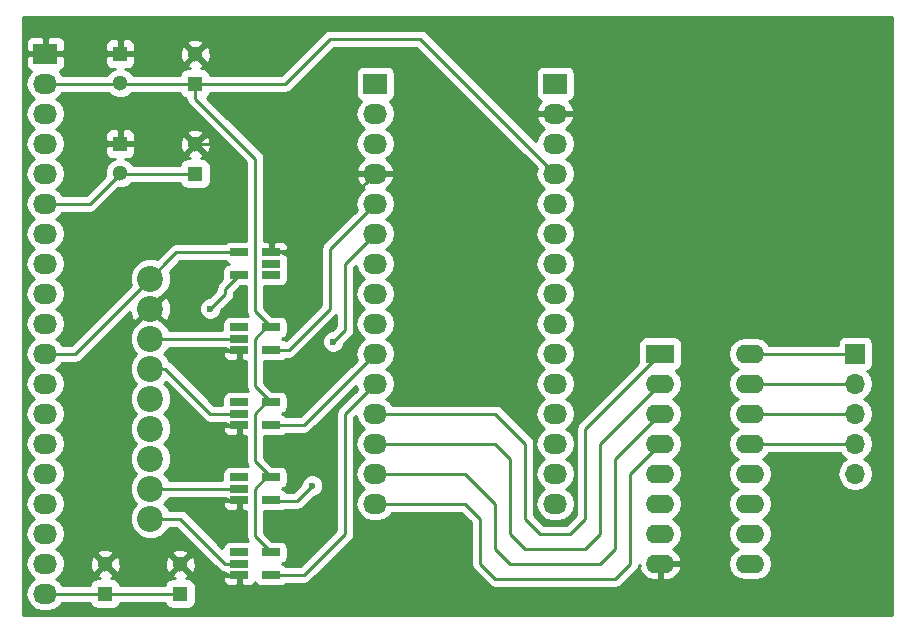
<source format=gtl>
G04 #@! TF.FileFunction,Copper,L1,Top,Signal*
%FSLAX46Y46*%
G04 Gerber Fmt 4.6, Leading zero omitted, Abs format (unit mm)*
G04 Created by KiCad (PCBNEW 4.0.7-e2-6376~61~ubuntu18.04.1) date Thu Feb 13 23:54:19 2020*
%MOMM*%
%LPD*%
G01*
G04 APERTURE LIST*
%ADD10C,0.100000*%
%ADD11R,1.300000X1.300000*%
%ADD12C,1.300000*%
%ADD13R,2.032000X1.727200*%
%ADD14O,2.032000X1.727200*%
%ADD15C,2.200000*%
%ADD16R,1.560000X0.650000*%
%ADD17R,2.400000X1.600000*%
%ADD18O,2.400000X1.600000*%
%ADD19R,1.700000X1.700000*%
%ADD20O,1.700000X1.700000*%
%ADD21C,0.600000*%
%ADD22C,0.250000*%
%ADD23C,0.254000*%
G04 APERTURE END LIST*
D10*
D11*
X124460000Y-143510000D03*
D12*
X124460000Y-141010000D03*
D11*
X130810000Y-143510000D03*
D12*
X130810000Y-141010000D03*
D11*
X132080000Y-100330000D03*
D12*
X132080000Y-97830000D03*
D11*
X125730000Y-97790000D03*
D12*
X125730000Y-100290000D03*
D11*
X132080000Y-107950000D03*
D12*
X132080000Y-105450000D03*
D11*
X125730000Y-105410000D03*
D12*
X125730000Y-107910000D03*
D13*
X119380000Y-97790000D03*
D14*
X119380000Y-100330000D03*
X119380000Y-102870000D03*
X119380000Y-105410000D03*
X119380000Y-107950000D03*
X119380000Y-110490000D03*
X119380000Y-113030000D03*
X119380000Y-115570000D03*
X119380000Y-118110000D03*
X119380000Y-120650000D03*
X119380000Y-123190000D03*
X119380000Y-125730000D03*
X119380000Y-128270000D03*
X119380000Y-130810000D03*
X119380000Y-133350000D03*
X119380000Y-135890000D03*
X119380000Y-138430000D03*
X119380000Y-140970000D03*
X119380000Y-143510000D03*
D15*
X128270000Y-116840000D03*
X128270000Y-119380000D03*
X128270000Y-121920000D03*
X128270000Y-124460000D03*
X128270000Y-127000000D03*
X128270000Y-129540000D03*
X128270000Y-132080000D03*
X128270000Y-134620000D03*
X128270000Y-137160000D03*
D13*
X147320000Y-100330000D03*
D14*
X147320000Y-102870000D03*
X147320000Y-105410000D03*
X147320000Y-107950000D03*
X147320000Y-110490000D03*
X147320000Y-113030000D03*
X147320000Y-115570000D03*
X147320000Y-118110000D03*
X147320000Y-120650000D03*
X147320000Y-123190000D03*
X147320000Y-125730000D03*
X147320000Y-128270000D03*
X147320000Y-130810000D03*
X147320000Y-133350000D03*
X147320000Y-135890000D03*
D13*
X162560000Y-100330000D03*
D14*
X162560000Y-102870000D03*
X162560000Y-105410000D03*
X162560000Y-107950000D03*
X162560000Y-110490000D03*
X162560000Y-113030000D03*
X162560000Y-115570000D03*
X162560000Y-118110000D03*
X162560000Y-120650000D03*
X162560000Y-123190000D03*
X162560000Y-125730000D03*
X162560000Y-128270000D03*
X162560000Y-130810000D03*
X162560000Y-133350000D03*
X162560000Y-135890000D03*
D16*
X138510000Y-116520000D03*
X138510000Y-115570000D03*
X138510000Y-114620000D03*
X135810000Y-114620000D03*
X135810000Y-116520000D03*
X135810000Y-120970000D03*
X135810000Y-121920000D03*
X135810000Y-122870000D03*
X138510000Y-122870000D03*
X138510000Y-120970000D03*
X135810000Y-127320000D03*
X135810000Y-128270000D03*
X135810000Y-129220000D03*
X138510000Y-129220000D03*
X138510000Y-127320000D03*
X135810000Y-133670000D03*
X135810000Y-134620000D03*
X135810000Y-135570000D03*
X138510000Y-135570000D03*
X138510000Y-133670000D03*
X135810000Y-140020000D03*
X135810000Y-140970000D03*
X135810000Y-141920000D03*
X138510000Y-141920000D03*
X138510000Y-140020000D03*
D17*
X171450000Y-123190000D03*
D18*
X179070000Y-140970000D03*
X171450000Y-125730000D03*
X179070000Y-138430000D03*
X171450000Y-128270000D03*
X179070000Y-135890000D03*
X171450000Y-130810000D03*
X179070000Y-133350000D03*
X171450000Y-133350000D03*
X179070000Y-130810000D03*
X171450000Y-135890000D03*
X179070000Y-128270000D03*
X171450000Y-138430000D03*
X179070000Y-125730000D03*
X171450000Y-140970000D03*
X179070000Y-123190000D03*
D19*
X187960000Y-123190000D03*
D20*
X187960000Y-125730000D03*
X187960000Y-128270000D03*
X187960000Y-130810000D03*
X187960000Y-133350000D03*
D21*
X133350000Y-119380000D03*
X132080000Y-124460000D03*
X132080000Y-130810000D03*
X132080000Y-135890000D03*
X139700000Y-124460000D03*
X139700000Y-130810000D03*
X129540000Y-111760000D03*
X141986000Y-134366000D03*
X143764000Y-122174000D03*
X138510000Y-115570000D03*
D22*
X134620000Y-117710000D02*
X135810000Y-116520000D01*
X134620000Y-118110000D02*
X134620000Y-117710000D01*
X133350000Y-119380000D02*
X134620000Y-118110000D01*
X119380000Y-143510000D02*
X124460000Y-143510000D01*
X124460000Y-143510000D02*
X130810000Y-143510000D01*
X138510000Y-114620000D02*
X138430000Y-114540000D01*
X138430000Y-114540000D02*
X140730000Y-114540000D01*
X140730000Y-114540000D02*
X147320000Y-107950000D01*
X132080000Y-124460000D02*
X133670000Y-122870000D01*
X133670000Y-122870000D02*
X135810000Y-122870000D01*
X132080000Y-130810000D02*
X133670000Y-129220000D01*
X133670000Y-129220000D02*
X135810000Y-129220000D01*
X132080000Y-135890000D02*
X132400000Y-135570000D01*
X132400000Y-135570000D02*
X135810000Y-135570000D01*
X130810000Y-141010000D02*
X131720000Y-141920000D01*
X131720000Y-141920000D02*
X135810000Y-141920000D01*
X132080000Y-105450000D02*
X133390000Y-105450000D01*
X133350000Y-111760000D02*
X129540000Y-111760000D01*
X134620000Y-110490000D02*
X133350000Y-111760000D01*
X134620000Y-106680000D02*
X134620000Y-110490000D01*
X133390000Y-105450000D02*
X134620000Y-106680000D01*
X132080000Y-100330000D02*
X139700000Y-100330000D01*
X151130000Y-96520000D02*
X162560000Y-107950000D01*
X143510000Y-96520000D02*
X151130000Y-96520000D01*
X139700000Y-100330000D02*
X143510000Y-96520000D01*
X138510000Y-133670000D02*
X138110000Y-133670000D01*
X138110000Y-133670000D02*
X137160000Y-134620000D01*
X137160000Y-138670000D02*
X138510000Y-140020000D01*
X137160000Y-134620000D02*
X137160000Y-138670000D01*
X138510000Y-127320000D02*
X138110000Y-127320000D01*
X138110000Y-127320000D02*
X137160000Y-128270000D01*
X137160000Y-132320000D02*
X138510000Y-133670000D01*
X137160000Y-128270000D02*
X137160000Y-132320000D01*
X138510000Y-120970000D02*
X138110000Y-120970000D01*
X138110000Y-120970000D02*
X137160000Y-121920000D01*
X137160000Y-125970000D02*
X138510000Y-127320000D01*
X137160000Y-121920000D02*
X137160000Y-125970000D01*
X132080000Y-100330000D02*
X132080000Y-101600000D01*
X137160000Y-119620000D02*
X138510000Y-120970000D01*
X137160000Y-106680000D02*
X137160000Y-119620000D01*
X132080000Y-101600000D02*
X137160000Y-106680000D01*
X119380000Y-100330000D02*
X125690000Y-100330000D01*
X125690000Y-100330000D02*
X132080000Y-100330000D01*
X119380000Y-110490000D02*
X123150000Y-110490000D01*
X123150000Y-110490000D02*
X125690000Y-107950000D01*
X125690000Y-107950000D02*
X132080000Y-107950000D01*
X119380000Y-123190000D02*
X121920000Y-123190000D01*
X121920000Y-123190000D02*
X128270000Y-116840000D01*
X130490000Y-114620000D02*
X135810000Y-114620000D01*
X121920000Y-123190000D02*
X130490000Y-114620000D01*
X128270000Y-121920000D02*
X135810000Y-121920000D01*
X128270000Y-124460000D02*
X129540000Y-124460000D01*
X133350000Y-128270000D02*
X135810000Y-128270000D01*
X129540000Y-124460000D02*
X133350000Y-128270000D01*
X128270000Y-134620000D02*
X135810000Y-134620000D01*
X128270000Y-137160000D02*
X130810000Y-137160000D01*
X134620000Y-140970000D02*
X135810000Y-140970000D01*
X130810000Y-137160000D02*
X134620000Y-140970000D01*
X138510000Y-122870000D02*
X140020000Y-122870000D01*
X143510000Y-114300000D02*
X147320000Y-110490000D01*
X143510000Y-119380000D02*
X143510000Y-114300000D01*
X140020000Y-122870000D02*
X143510000Y-119380000D01*
X138510000Y-135570000D02*
X138576000Y-135636000D01*
X138576000Y-135636000D02*
X140716000Y-135636000D01*
X140716000Y-135636000D02*
X141986000Y-134366000D01*
X143764000Y-122174000D02*
X144780000Y-121158000D01*
X144780000Y-121158000D02*
X144780000Y-115570000D01*
X144780000Y-115570000D02*
X147320000Y-113030000D01*
X138510000Y-129220000D02*
X141290000Y-129220000D01*
X141290000Y-129220000D02*
X147320000Y-123190000D01*
X138510000Y-141920000D02*
X141290000Y-141920000D01*
X144780000Y-128270000D02*
X147320000Y-125730000D01*
X144780000Y-138430000D02*
X144780000Y-128270000D01*
X141290000Y-141920000D02*
X144780000Y-138430000D01*
X147320000Y-128270000D02*
X157480000Y-128270000D01*
X165100000Y-129540000D02*
X171450000Y-123190000D01*
X165100000Y-137160000D02*
X165100000Y-129540000D01*
X163830000Y-138430000D02*
X165100000Y-137160000D01*
X161290000Y-138430000D02*
X163830000Y-138430000D01*
X160020000Y-137160000D02*
X161290000Y-138430000D01*
X160020000Y-135890000D02*
X160020000Y-137160000D01*
X160020000Y-134620000D02*
X160020000Y-135890000D01*
X160020000Y-130810000D02*
X160020000Y-134620000D01*
X157480000Y-128270000D02*
X160020000Y-130810000D01*
X147320000Y-130810000D02*
X157480000Y-130810000D01*
X166370000Y-130810000D02*
X171450000Y-125730000D01*
X166370000Y-138430000D02*
X166370000Y-130810000D01*
X165100000Y-139700000D02*
X166370000Y-138430000D01*
X160020000Y-139700000D02*
X165100000Y-139700000D01*
X158750000Y-138430000D02*
X160020000Y-139700000D01*
X158750000Y-137160000D02*
X158750000Y-138430000D01*
X158750000Y-132080000D02*
X158750000Y-137160000D01*
X157480000Y-130810000D02*
X158750000Y-132080000D01*
X147320000Y-133350000D02*
X154940000Y-133350000D01*
X167640000Y-132080000D02*
X171450000Y-128270000D01*
X167640000Y-139700000D02*
X167640000Y-132080000D01*
X166370000Y-140970000D02*
X167640000Y-139700000D01*
X158750000Y-140970000D02*
X166370000Y-140970000D01*
X157480000Y-139700000D02*
X158750000Y-140970000D01*
X157480000Y-138430000D02*
X157480000Y-139700000D01*
X157480000Y-135890000D02*
X157480000Y-138430000D01*
X154940000Y-133350000D02*
X157480000Y-135890000D01*
X147320000Y-135890000D02*
X153670000Y-135890000D01*
X168910000Y-133350000D02*
X171450000Y-130810000D01*
X168910000Y-140970000D02*
X168910000Y-133350000D01*
X167640000Y-142240000D02*
X168910000Y-140970000D01*
X157480000Y-142240000D02*
X167640000Y-142240000D01*
X156210000Y-140970000D02*
X157480000Y-142240000D01*
X156210000Y-137160000D02*
X156210000Y-140970000D01*
X154940000Y-135890000D02*
X156210000Y-137160000D01*
X153670000Y-135890000D02*
X154940000Y-135890000D01*
X179070000Y-123190000D02*
X187960000Y-123190000D01*
X179070000Y-125730000D02*
X187960000Y-125730000D01*
X179070000Y-128270000D02*
X187960000Y-128270000D01*
X179070000Y-130810000D02*
X187960000Y-130810000D01*
D23*
G36*
X191085000Y-145365000D02*
X117525000Y-145365000D01*
X117525000Y-100330000D01*
X117696655Y-100330000D01*
X117810729Y-100903489D01*
X118135585Y-101389670D01*
X118450366Y-101600000D01*
X118135585Y-101810330D01*
X117810729Y-102296511D01*
X117696655Y-102870000D01*
X117810729Y-103443489D01*
X118135585Y-103929670D01*
X118450366Y-104140000D01*
X118135585Y-104350330D01*
X117810729Y-104836511D01*
X117696655Y-105410000D01*
X117810729Y-105983489D01*
X118135585Y-106469670D01*
X118450366Y-106680000D01*
X118135585Y-106890330D01*
X117810729Y-107376511D01*
X117696655Y-107950000D01*
X117810729Y-108523489D01*
X118135585Y-109009670D01*
X118450366Y-109220000D01*
X118135585Y-109430330D01*
X117810729Y-109916511D01*
X117696655Y-110490000D01*
X117810729Y-111063489D01*
X118135585Y-111549670D01*
X118450366Y-111760000D01*
X118135585Y-111970330D01*
X117810729Y-112456511D01*
X117696655Y-113030000D01*
X117810729Y-113603489D01*
X118135585Y-114089670D01*
X118450366Y-114300000D01*
X118135585Y-114510330D01*
X117810729Y-114996511D01*
X117696655Y-115570000D01*
X117810729Y-116143489D01*
X118135585Y-116629670D01*
X118450366Y-116840000D01*
X118135585Y-117050330D01*
X117810729Y-117536511D01*
X117696655Y-118110000D01*
X117810729Y-118683489D01*
X118135585Y-119169670D01*
X118450366Y-119380000D01*
X118135585Y-119590330D01*
X117810729Y-120076511D01*
X117696655Y-120650000D01*
X117810729Y-121223489D01*
X118135585Y-121709670D01*
X118450366Y-121920000D01*
X118135585Y-122130330D01*
X117810729Y-122616511D01*
X117696655Y-123190000D01*
X117810729Y-123763489D01*
X118135585Y-124249670D01*
X118450366Y-124460000D01*
X118135585Y-124670330D01*
X117810729Y-125156511D01*
X117696655Y-125730000D01*
X117810729Y-126303489D01*
X118135585Y-126789670D01*
X118450366Y-127000000D01*
X118135585Y-127210330D01*
X117810729Y-127696511D01*
X117696655Y-128270000D01*
X117810729Y-128843489D01*
X118135585Y-129329670D01*
X118450366Y-129540000D01*
X118135585Y-129750330D01*
X117810729Y-130236511D01*
X117696655Y-130810000D01*
X117810729Y-131383489D01*
X118135585Y-131869670D01*
X118450366Y-132080000D01*
X118135585Y-132290330D01*
X117810729Y-132776511D01*
X117696655Y-133350000D01*
X117810729Y-133923489D01*
X118135585Y-134409670D01*
X118450366Y-134620000D01*
X118135585Y-134830330D01*
X117810729Y-135316511D01*
X117696655Y-135890000D01*
X117810729Y-136463489D01*
X118135585Y-136949670D01*
X118450366Y-137160000D01*
X118135585Y-137370330D01*
X117810729Y-137856511D01*
X117696655Y-138430000D01*
X117810729Y-139003489D01*
X118135585Y-139489670D01*
X118450366Y-139700000D01*
X118135585Y-139910330D01*
X117810729Y-140396511D01*
X117696655Y-140970000D01*
X117810729Y-141543489D01*
X118135585Y-142029670D01*
X118450366Y-142240000D01*
X118135585Y-142450330D01*
X117810729Y-142936511D01*
X117696655Y-143510000D01*
X117810729Y-144083489D01*
X118135585Y-144569670D01*
X118621766Y-144894526D01*
X119195255Y-145008600D01*
X119564745Y-145008600D01*
X120138234Y-144894526D01*
X120624415Y-144569670D01*
X120824648Y-144270000D01*
X123183258Y-144270000D01*
X123206838Y-144395317D01*
X123345910Y-144611441D01*
X123558110Y-144756431D01*
X123810000Y-144807440D01*
X125110000Y-144807440D01*
X125345317Y-144763162D01*
X125561441Y-144624090D01*
X125706431Y-144411890D01*
X125735164Y-144270000D01*
X129533258Y-144270000D01*
X129556838Y-144395317D01*
X129695910Y-144611441D01*
X129908110Y-144756431D01*
X130160000Y-144807440D01*
X131460000Y-144807440D01*
X131695317Y-144763162D01*
X131911441Y-144624090D01*
X132056431Y-144411890D01*
X132107440Y-144160000D01*
X132107440Y-142860000D01*
X132063162Y-142624683D01*
X131924090Y-142408559D01*
X131711890Y-142263569D01*
X131460000Y-142212560D01*
X131297615Y-142212560D01*
X131314055Y-142205750D01*
X134395000Y-142205750D01*
X134395000Y-142371310D01*
X134491673Y-142604699D01*
X134670302Y-142783327D01*
X134903691Y-142880000D01*
X135524250Y-142880000D01*
X135683000Y-142721250D01*
X135683000Y-142047000D01*
X134553750Y-142047000D01*
X134395000Y-142205750D01*
X131314055Y-142205750D01*
X131473729Y-142139611D01*
X131529410Y-141909016D01*
X130810000Y-141189605D01*
X130090590Y-141909016D01*
X130146271Y-142139611D01*
X130355902Y-142212560D01*
X130160000Y-142212560D01*
X129924683Y-142256838D01*
X129708559Y-142395910D01*
X129563569Y-142608110D01*
X129534836Y-142750000D01*
X125736742Y-142750000D01*
X125713162Y-142624683D01*
X125574090Y-142408559D01*
X125361890Y-142263569D01*
X125110000Y-142212560D01*
X124947615Y-142212560D01*
X125123729Y-142139611D01*
X125179410Y-141909016D01*
X124460000Y-141189605D01*
X123740590Y-141909016D01*
X123796271Y-142139611D01*
X124005902Y-142212560D01*
X123810000Y-142212560D01*
X123574683Y-142256838D01*
X123358559Y-142395910D01*
X123213569Y-142608110D01*
X123184836Y-142750000D01*
X120824648Y-142750000D01*
X120624415Y-142450330D01*
X120309634Y-142240000D01*
X120624415Y-142029670D01*
X120949271Y-141543489D01*
X121063345Y-140970000D01*
X121035314Y-140829078D01*
X123162378Y-140829078D01*
X123191917Y-141339428D01*
X123330389Y-141673729D01*
X123560984Y-141729410D01*
X124280395Y-141010000D01*
X124639605Y-141010000D01*
X125359016Y-141729410D01*
X125589611Y-141673729D01*
X125757622Y-141190922D01*
X125736679Y-140829078D01*
X129512378Y-140829078D01*
X129541917Y-141339428D01*
X129680389Y-141673729D01*
X129910984Y-141729410D01*
X130630395Y-141010000D01*
X130989605Y-141010000D01*
X131709016Y-141729410D01*
X131939611Y-141673729D01*
X132107622Y-141190922D01*
X132078083Y-140680572D01*
X131939611Y-140346271D01*
X131709016Y-140290590D01*
X130989605Y-141010000D01*
X130630395Y-141010000D01*
X129910984Y-140290590D01*
X129680389Y-140346271D01*
X129512378Y-140829078D01*
X125736679Y-140829078D01*
X125728083Y-140680572D01*
X125589611Y-140346271D01*
X125359016Y-140290590D01*
X124639605Y-141010000D01*
X124280395Y-141010000D01*
X123560984Y-140290590D01*
X123330389Y-140346271D01*
X123162378Y-140829078D01*
X121035314Y-140829078D01*
X120949271Y-140396511D01*
X120758488Y-140110984D01*
X123740590Y-140110984D01*
X124460000Y-140830395D01*
X125179410Y-140110984D01*
X130090590Y-140110984D01*
X130810000Y-140830395D01*
X131529410Y-140110984D01*
X131473729Y-139880389D01*
X130990922Y-139712378D01*
X130480572Y-139741917D01*
X130146271Y-139880389D01*
X130090590Y-140110984D01*
X125179410Y-140110984D01*
X125123729Y-139880389D01*
X124640922Y-139712378D01*
X124130572Y-139741917D01*
X123796271Y-139880389D01*
X123740590Y-140110984D01*
X120758488Y-140110984D01*
X120624415Y-139910330D01*
X120309634Y-139700000D01*
X120624415Y-139489670D01*
X120949271Y-139003489D01*
X121063345Y-138430000D01*
X120949271Y-137856511D01*
X120624415Y-137370330D01*
X120309634Y-137160000D01*
X120624415Y-136949670D01*
X120949271Y-136463489D01*
X121063345Y-135890000D01*
X120949271Y-135316511D01*
X120624415Y-134830330D01*
X120309634Y-134620000D01*
X120624415Y-134409670D01*
X120949271Y-133923489D01*
X121063345Y-133350000D01*
X120949271Y-132776511D01*
X120624415Y-132290330D01*
X120309634Y-132080000D01*
X120624415Y-131869670D01*
X120949271Y-131383489D01*
X121063345Y-130810000D01*
X120949271Y-130236511D01*
X120624415Y-129750330D01*
X120309634Y-129540000D01*
X120624415Y-129329670D01*
X120949271Y-128843489D01*
X121063345Y-128270000D01*
X120949271Y-127696511D01*
X120624415Y-127210330D01*
X120309634Y-127000000D01*
X120624415Y-126789670D01*
X120949271Y-126303489D01*
X121063345Y-125730000D01*
X120949271Y-125156511D01*
X120624415Y-124670330D01*
X120309634Y-124460000D01*
X120624415Y-124249670D01*
X120824648Y-123950000D01*
X121920000Y-123950000D01*
X122210839Y-123892148D01*
X122457401Y-123727401D01*
X126542624Y-119642178D01*
X126547164Y-119781453D01*
X126767901Y-120314359D01*
X127045132Y-120425263D01*
X128090395Y-119380000D01*
X128449605Y-119380000D01*
X129494868Y-120425263D01*
X129772099Y-120314359D01*
X130015323Y-119668407D01*
X129992836Y-118978547D01*
X129772099Y-118445641D01*
X129494868Y-118334737D01*
X128449605Y-119380000D01*
X128090395Y-119380000D01*
X128076253Y-119365858D01*
X128255858Y-119186253D01*
X128270000Y-119200395D01*
X129093305Y-118377090D01*
X129251515Y-118311719D01*
X129740004Y-117824082D01*
X130004699Y-117186627D01*
X130005301Y-116496401D01*
X129912645Y-116272157D01*
X130804802Y-115380000D01*
X134555331Y-115380000D01*
X134565910Y-115396441D01*
X134778110Y-115541431D01*
X134915120Y-115569176D01*
X134794683Y-115591838D01*
X134578559Y-115730910D01*
X134433569Y-115943110D01*
X134382560Y-116195000D01*
X134382560Y-116845000D01*
X134386937Y-116868261D01*
X134082599Y-117172599D01*
X133917852Y-117419161D01*
X133860000Y-117710000D01*
X133860000Y-117795198D01*
X133210320Y-118444878D01*
X133164833Y-118444838D01*
X132821057Y-118586883D01*
X132557808Y-118849673D01*
X132415162Y-119193201D01*
X132414838Y-119565167D01*
X132556883Y-119908943D01*
X132819673Y-120172192D01*
X133163201Y-120314838D01*
X133535167Y-120315162D01*
X133878943Y-120173117D01*
X134142192Y-119910327D01*
X134284838Y-119566799D01*
X134284879Y-119519923D01*
X135157401Y-118647401D01*
X135322148Y-118400840D01*
X135380000Y-118110000D01*
X135380000Y-118024802D01*
X135912362Y-117492440D01*
X136400000Y-117492440D01*
X136400000Y-119620000D01*
X136457852Y-119910839D01*
X136515797Y-119997560D01*
X135030000Y-119997560D01*
X134794683Y-120041838D01*
X134578559Y-120180910D01*
X134433569Y-120393110D01*
X134382560Y-120645000D01*
X134382560Y-121160000D01*
X129833247Y-121160000D01*
X129741719Y-120938485D01*
X129254082Y-120449996D01*
X129093861Y-120383466D01*
X128270000Y-119559605D01*
X127446695Y-120382910D01*
X127288485Y-120448281D01*
X126799996Y-120935918D01*
X126535301Y-121573373D01*
X126534699Y-122263599D01*
X126798281Y-122901515D01*
X127086338Y-123190075D01*
X126799996Y-123475918D01*
X126535301Y-124113373D01*
X126534699Y-124803599D01*
X126798281Y-125441515D01*
X127086338Y-125730075D01*
X126799996Y-126015918D01*
X126535301Y-126653373D01*
X126534699Y-127343599D01*
X126798281Y-127981515D01*
X127086338Y-128270075D01*
X126799996Y-128555918D01*
X126535301Y-129193373D01*
X126534699Y-129883599D01*
X126798281Y-130521515D01*
X127086338Y-130810075D01*
X126799996Y-131095918D01*
X126535301Y-131733373D01*
X126534699Y-132423599D01*
X126798281Y-133061515D01*
X127086338Y-133350075D01*
X126799996Y-133635918D01*
X126535301Y-134273373D01*
X126534699Y-134963599D01*
X126798281Y-135601515D01*
X127086338Y-135890075D01*
X126799996Y-136175918D01*
X126535301Y-136813373D01*
X126534699Y-137503599D01*
X126798281Y-138141515D01*
X127285918Y-138630004D01*
X127923373Y-138894699D01*
X128613599Y-138895301D01*
X129251515Y-138631719D01*
X129740004Y-138144082D01*
X129833051Y-137920000D01*
X130495198Y-137920000D01*
X134082599Y-141507401D01*
X134329161Y-141672148D01*
X134458656Y-141697906D01*
X134553750Y-141793000D01*
X134634051Y-141793000D01*
X134778110Y-141891431D01*
X135030000Y-141942440D01*
X135957000Y-141942440D01*
X135957000Y-142047000D01*
X135937000Y-142047000D01*
X135937000Y-142721250D01*
X136095750Y-142880000D01*
X136716309Y-142880000D01*
X136949698Y-142783327D01*
X137128327Y-142604699D01*
X137159088Y-142530435D01*
X137265910Y-142696441D01*
X137478110Y-142841431D01*
X137730000Y-142892440D01*
X139290000Y-142892440D01*
X139525317Y-142848162D01*
X139741441Y-142709090D01*
X139761317Y-142680000D01*
X141290000Y-142680000D01*
X141580839Y-142622148D01*
X141827401Y-142457401D01*
X145317401Y-138967401D01*
X145482148Y-138720840D01*
X145540000Y-138430000D01*
X145540000Y-128584802D01*
X145672848Y-128451954D01*
X145750729Y-128843489D01*
X146075585Y-129329670D01*
X146390366Y-129540000D01*
X146075585Y-129750330D01*
X145750729Y-130236511D01*
X145636655Y-130810000D01*
X145750729Y-131383489D01*
X146075585Y-131869670D01*
X146390366Y-132080000D01*
X146075585Y-132290330D01*
X145750729Y-132776511D01*
X145636655Y-133350000D01*
X145750729Y-133923489D01*
X146075585Y-134409670D01*
X146390366Y-134620000D01*
X146075585Y-134830330D01*
X145750729Y-135316511D01*
X145636655Y-135890000D01*
X145750729Y-136463489D01*
X146075585Y-136949670D01*
X146561766Y-137274526D01*
X147135255Y-137388600D01*
X147504745Y-137388600D01*
X148078234Y-137274526D01*
X148564415Y-136949670D01*
X148764648Y-136650000D01*
X154625198Y-136650000D01*
X155450000Y-137474802D01*
X155450000Y-140970000D01*
X155507852Y-141260839D01*
X155672599Y-141507401D01*
X156942599Y-142777401D01*
X157189160Y-142942148D01*
X157480000Y-143000000D01*
X167640000Y-143000000D01*
X167930839Y-142942148D01*
X168177401Y-142777401D01*
X169447401Y-141507401D01*
X169612148Y-141260840D01*
X169644738Y-141097002D01*
X169780084Y-141097002D01*
X169658096Y-141319039D01*
X169675633Y-141401819D01*
X169945500Y-141894896D01*
X170383517Y-142247166D01*
X170923000Y-142405000D01*
X171323000Y-142405000D01*
X171323000Y-141097000D01*
X171577000Y-141097000D01*
X171577000Y-142405000D01*
X171977000Y-142405000D01*
X172516483Y-142247166D01*
X172954500Y-141894896D01*
X173224367Y-141401819D01*
X173241904Y-141319039D01*
X173119915Y-141097000D01*
X171577000Y-141097000D01*
X171323000Y-141097000D01*
X171303000Y-141097000D01*
X171303000Y-140843000D01*
X171323000Y-140843000D01*
X171323000Y-140823000D01*
X171577000Y-140823000D01*
X171577000Y-140843000D01*
X173119915Y-140843000D01*
X173241904Y-140620961D01*
X173224367Y-140538181D01*
X172954500Y-140045104D01*
X172522293Y-139697507D01*
X172900648Y-139444698D01*
X173211717Y-138979151D01*
X173320950Y-138430000D01*
X173211717Y-137880849D01*
X172900648Y-137415302D01*
X172518562Y-137160000D01*
X172900648Y-136904698D01*
X173211717Y-136439151D01*
X173320950Y-135890000D01*
X173211717Y-135340849D01*
X172900648Y-134875302D01*
X172518562Y-134620000D01*
X172900648Y-134364698D01*
X173211717Y-133899151D01*
X173320950Y-133350000D01*
X173211717Y-132800849D01*
X172900648Y-132335302D01*
X172518562Y-132080000D01*
X172900648Y-131824698D01*
X173211717Y-131359151D01*
X173320950Y-130810000D01*
X173211717Y-130260849D01*
X172900648Y-129795302D01*
X172518562Y-129540000D01*
X172900648Y-129284698D01*
X173211717Y-128819151D01*
X173320950Y-128270000D01*
X173211717Y-127720849D01*
X172900648Y-127255302D01*
X172518562Y-127000000D01*
X172900648Y-126744698D01*
X173211717Y-126279151D01*
X173320950Y-125730000D01*
X173211717Y-125180849D01*
X172900648Y-124715302D01*
X172754650Y-124617749D01*
X172885317Y-124593162D01*
X173101441Y-124454090D01*
X173246431Y-124241890D01*
X173297440Y-123990000D01*
X173297440Y-123190000D01*
X177199050Y-123190000D01*
X177308283Y-123739151D01*
X177619352Y-124204698D01*
X178001438Y-124460000D01*
X177619352Y-124715302D01*
X177308283Y-125180849D01*
X177199050Y-125730000D01*
X177308283Y-126279151D01*
X177619352Y-126744698D01*
X178001438Y-127000000D01*
X177619352Y-127255302D01*
X177308283Y-127720849D01*
X177199050Y-128270000D01*
X177308283Y-128819151D01*
X177619352Y-129284698D01*
X178001438Y-129540000D01*
X177619352Y-129795302D01*
X177308283Y-130260849D01*
X177199050Y-130810000D01*
X177308283Y-131359151D01*
X177619352Y-131824698D01*
X178001438Y-132080000D01*
X177619352Y-132335302D01*
X177308283Y-132800849D01*
X177199050Y-133350000D01*
X177308283Y-133899151D01*
X177619352Y-134364698D01*
X178001438Y-134620000D01*
X177619352Y-134875302D01*
X177308283Y-135340849D01*
X177199050Y-135890000D01*
X177308283Y-136439151D01*
X177619352Y-136904698D01*
X178001438Y-137160000D01*
X177619352Y-137415302D01*
X177308283Y-137880849D01*
X177199050Y-138430000D01*
X177308283Y-138979151D01*
X177619352Y-139444698D01*
X178001438Y-139700000D01*
X177619352Y-139955302D01*
X177308283Y-140420849D01*
X177199050Y-140970000D01*
X177308283Y-141519151D01*
X177619352Y-141984698D01*
X178084899Y-142295767D01*
X178634050Y-142405000D01*
X179505950Y-142405000D01*
X180055101Y-142295767D01*
X180520648Y-141984698D01*
X180831717Y-141519151D01*
X180940950Y-140970000D01*
X180831717Y-140420849D01*
X180520648Y-139955302D01*
X180138562Y-139700000D01*
X180520648Y-139444698D01*
X180831717Y-138979151D01*
X180940950Y-138430000D01*
X180831717Y-137880849D01*
X180520648Y-137415302D01*
X180138562Y-137160000D01*
X180520648Y-136904698D01*
X180831717Y-136439151D01*
X180940950Y-135890000D01*
X180831717Y-135340849D01*
X180520648Y-134875302D01*
X180138562Y-134620000D01*
X180520648Y-134364698D01*
X180831717Y-133899151D01*
X180940950Y-133350000D01*
X180831717Y-132800849D01*
X180520648Y-132335302D01*
X180138562Y-132080000D01*
X180520648Y-131824698D01*
X180690832Y-131570000D01*
X186687046Y-131570000D01*
X186880853Y-131860054D01*
X187210026Y-132080000D01*
X186880853Y-132299946D01*
X186558946Y-132781715D01*
X186445907Y-133350000D01*
X186558946Y-133918285D01*
X186880853Y-134400054D01*
X187362622Y-134721961D01*
X187930907Y-134835000D01*
X187989093Y-134835000D01*
X188557378Y-134721961D01*
X189039147Y-134400054D01*
X189361054Y-133918285D01*
X189474093Y-133350000D01*
X189361054Y-132781715D01*
X189039147Y-132299946D01*
X188709974Y-132080000D01*
X189039147Y-131860054D01*
X189361054Y-131378285D01*
X189474093Y-130810000D01*
X189361054Y-130241715D01*
X189039147Y-129759946D01*
X188709974Y-129540000D01*
X189039147Y-129320054D01*
X189361054Y-128838285D01*
X189474093Y-128270000D01*
X189361054Y-127701715D01*
X189039147Y-127219946D01*
X188709974Y-127000000D01*
X189039147Y-126780054D01*
X189361054Y-126298285D01*
X189474093Y-125730000D01*
X189361054Y-125161715D01*
X189039147Y-124679946D01*
X188997548Y-124652150D01*
X189045317Y-124643162D01*
X189261441Y-124504090D01*
X189406431Y-124291890D01*
X189457440Y-124040000D01*
X189457440Y-122340000D01*
X189413162Y-122104683D01*
X189274090Y-121888559D01*
X189061890Y-121743569D01*
X188810000Y-121692560D01*
X187110000Y-121692560D01*
X186874683Y-121736838D01*
X186658559Y-121875910D01*
X186513569Y-122088110D01*
X186462560Y-122340000D01*
X186462560Y-122430000D01*
X180690832Y-122430000D01*
X180520648Y-122175302D01*
X180055101Y-121864233D01*
X179505950Y-121755000D01*
X178634050Y-121755000D01*
X178084899Y-121864233D01*
X177619352Y-122175302D01*
X177308283Y-122640849D01*
X177199050Y-123190000D01*
X173297440Y-123190000D01*
X173297440Y-122390000D01*
X173253162Y-122154683D01*
X173114090Y-121938559D01*
X172901890Y-121793569D01*
X172650000Y-121742560D01*
X170250000Y-121742560D01*
X170014683Y-121786838D01*
X169798559Y-121925910D01*
X169653569Y-122138110D01*
X169602560Y-122390000D01*
X169602560Y-123962638D01*
X164562599Y-129002599D01*
X164397852Y-129249161D01*
X164340000Y-129540000D01*
X164340000Y-136845198D01*
X163515198Y-137670000D01*
X161604802Y-137670000D01*
X160780000Y-136845198D01*
X160780000Y-130810000D01*
X160722148Y-130519161D01*
X160722148Y-130519160D01*
X160557401Y-130272599D01*
X158017401Y-127732599D01*
X157770839Y-127567852D01*
X157480000Y-127510000D01*
X148764648Y-127510000D01*
X148564415Y-127210330D01*
X148249634Y-127000000D01*
X148564415Y-126789670D01*
X148889271Y-126303489D01*
X149003345Y-125730000D01*
X148889271Y-125156511D01*
X148564415Y-124670330D01*
X148249634Y-124460000D01*
X148564415Y-124249670D01*
X148889271Y-123763489D01*
X149003345Y-123190000D01*
X148889271Y-122616511D01*
X148564415Y-122130330D01*
X148249634Y-121920000D01*
X148564415Y-121709670D01*
X148889271Y-121223489D01*
X149003345Y-120650000D01*
X148889271Y-120076511D01*
X148564415Y-119590330D01*
X148249634Y-119380000D01*
X148564415Y-119169670D01*
X148889271Y-118683489D01*
X149003345Y-118110000D01*
X148889271Y-117536511D01*
X148564415Y-117050330D01*
X148249634Y-116840000D01*
X148564415Y-116629670D01*
X148889271Y-116143489D01*
X149003345Y-115570000D01*
X148889271Y-114996511D01*
X148564415Y-114510330D01*
X148249634Y-114300000D01*
X148564415Y-114089670D01*
X148889271Y-113603489D01*
X149003345Y-113030000D01*
X148889271Y-112456511D01*
X148564415Y-111970330D01*
X148249634Y-111760000D01*
X148564415Y-111549670D01*
X148889271Y-111063489D01*
X149003345Y-110490000D01*
X148889271Y-109916511D01*
X148564415Y-109430330D01*
X148254931Y-109223539D01*
X148670732Y-108852036D01*
X148924709Y-108324791D01*
X148927358Y-108309026D01*
X148806217Y-108077000D01*
X147447000Y-108077000D01*
X147447000Y-108097000D01*
X147193000Y-108097000D01*
X147193000Y-108077000D01*
X145833783Y-108077000D01*
X145712642Y-108309026D01*
X145715291Y-108324791D01*
X145969268Y-108852036D01*
X146385069Y-109223539D01*
X146075585Y-109430330D01*
X145750729Y-109916511D01*
X145636655Y-110490000D01*
X145737619Y-110997579D01*
X142972599Y-113762599D01*
X142807852Y-114009161D01*
X142750000Y-114300000D01*
X142750000Y-119065198D01*
X139734811Y-122080387D01*
X139541890Y-121948569D01*
X139404880Y-121920824D01*
X139525317Y-121898162D01*
X139741441Y-121759090D01*
X139886431Y-121546890D01*
X139937440Y-121295000D01*
X139937440Y-120645000D01*
X139893162Y-120409683D01*
X139754090Y-120193559D01*
X139541890Y-120048569D01*
X139290000Y-119997560D01*
X138612362Y-119997560D01*
X137920000Y-119305198D01*
X137920000Y-117492440D01*
X139290000Y-117492440D01*
X139525317Y-117448162D01*
X139741441Y-117309090D01*
X139886431Y-117096890D01*
X139937440Y-116845000D01*
X139937440Y-116195000D01*
X139908179Y-116039493D01*
X139937440Y-115895000D01*
X139937440Y-115245000D01*
X139911081Y-115104914D01*
X139925000Y-115071310D01*
X139925000Y-114905750D01*
X139766250Y-114747000D01*
X139685949Y-114747000D01*
X139541890Y-114648569D01*
X139290000Y-114597560D01*
X138363000Y-114597560D01*
X138363000Y-114493000D01*
X138383000Y-114493000D01*
X138383000Y-113818750D01*
X138637000Y-113818750D01*
X138637000Y-114493000D01*
X139766250Y-114493000D01*
X139925000Y-114334250D01*
X139925000Y-114168690D01*
X139828327Y-113935301D01*
X139649698Y-113756673D01*
X139416309Y-113660000D01*
X138795750Y-113660000D01*
X138637000Y-113818750D01*
X138383000Y-113818750D01*
X138224250Y-113660000D01*
X137920000Y-113660000D01*
X137920000Y-106680000D01*
X137862148Y-106389161D01*
X137697401Y-106142599D01*
X134424802Y-102870000D01*
X145636655Y-102870000D01*
X145750729Y-103443489D01*
X146075585Y-103929670D01*
X146390366Y-104140000D01*
X146075585Y-104350330D01*
X145750729Y-104836511D01*
X145636655Y-105410000D01*
X145750729Y-105983489D01*
X146075585Y-106469670D01*
X146385069Y-106676461D01*
X145969268Y-107047964D01*
X145715291Y-107575209D01*
X145712642Y-107590974D01*
X145833783Y-107823000D01*
X147193000Y-107823000D01*
X147193000Y-107803000D01*
X147447000Y-107803000D01*
X147447000Y-107823000D01*
X148806217Y-107823000D01*
X148927358Y-107590974D01*
X148924709Y-107575209D01*
X148670732Y-107047964D01*
X148254931Y-106676461D01*
X148564415Y-106469670D01*
X148889271Y-105983489D01*
X149003345Y-105410000D01*
X148889271Y-104836511D01*
X148564415Y-104350330D01*
X148249634Y-104140000D01*
X148564415Y-103929670D01*
X148889271Y-103443489D01*
X149003345Y-102870000D01*
X148889271Y-102296511D01*
X148564415Y-101810330D01*
X148550087Y-101800757D01*
X148571317Y-101796762D01*
X148787441Y-101657690D01*
X148932431Y-101445490D01*
X148983440Y-101193600D01*
X148983440Y-99466400D01*
X148939162Y-99231083D01*
X148800090Y-99014959D01*
X148587890Y-98869969D01*
X148336000Y-98818960D01*
X146304000Y-98818960D01*
X146068683Y-98863238D01*
X145852559Y-99002310D01*
X145707569Y-99214510D01*
X145656560Y-99466400D01*
X145656560Y-101193600D01*
X145700838Y-101428917D01*
X145839910Y-101645041D01*
X146052110Y-101790031D01*
X146093439Y-101798400D01*
X146075585Y-101810330D01*
X145750729Y-102296511D01*
X145636655Y-102870000D01*
X134424802Y-102870000D01*
X133070366Y-101515564D01*
X133181441Y-101444090D01*
X133326431Y-101231890D01*
X133355164Y-101090000D01*
X139700000Y-101090000D01*
X139990839Y-101032148D01*
X140237401Y-100867401D01*
X143824802Y-97280000D01*
X150815198Y-97280000D01*
X160977619Y-107442421D01*
X160876655Y-107950000D01*
X160990729Y-108523489D01*
X161315585Y-109009670D01*
X161630366Y-109220000D01*
X161315585Y-109430330D01*
X160990729Y-109916511D01*
X160876655Y-110490000D01*
X160990729Y-111063489D01*
X161315585Y-111549670D01*
X161630366Y-111760000D01*
X161315585Y-111970330D01*
X160990729Y-112456511D01*
X160876655Y-113030000D01*
X160990729Y-113603489D01*
X161315585Y-114089670D01*
X161630366Y-114300000D01*
X161315585Y-114510330D01*
X160990729Y-114996511D01*
X160876655Y-115570000D01*
X160990729Y-116143489D01*
X161315585Y-116629670D01*
X161630366Y-116840000D01*
X161315585Y-117050330D01*
X160990729Y-117536511D01*
X160876655Y-118110000D01*
X160990729Y-118683489D01*
X161315585Y-119169670D01*
X161630366Y-119380000D01*
X161315585Y-119590330D01*
X160990729Y-120076511D01*
X160876655Y-120650000D01*
X160990729Y-121223489D01*
X161315585Y-121709670D01*
X161630366Y-121920000D01*
X161315585Y-122130330D01*
X160990729Y-122616511D01*
X160876655Y-123190000D01*
X160990729Y-123763489D01*
X161315585Y-124249670D01*
X161630366Y-124460000D01*
X161315585Y-124670330D01*
X160990729Y-125156511D01*
X160876655Y-125730000D01*
X160990729Y-126303489D01*
X161315585Y-126789670D01*
X161630366Y-127000000D01*
X161315585Y-127210330D01*
X160990729Y-127696511D01*
X160876655Y-128270000D01*
X160990729Y-128843489D01*
X161315585Y-129329670D01*
X161630366Y-129540000D01*
X161315585Y-129750330D01*
X160990729Y-130236511D01*
X160876655Y-130810000D01*
X160990729Y-131383489D01*
X161315585Y-131869670D01*
X161630366Y-132080000D01*
X161315585Y-132290330D01*
X160990729Y-132776511D01*
X160876655Y-133350000D01*
X160990729Y-133923489D01*
X161315585Y-134409670D01*
X161630366Y-134620000D01*
X161315585Y-134830330D01*
X160990729Y-135316511D01*
X160876655Y-135890000D01*
X160990729Y-136463489D01*
X161315585Y-136949670D01*
X161801766Y-137274526D01*
X162375255Y-137388600D01*
X162744745Y-137388600D01*
X163318234Y-137274526D01*
X163804415Y-136949670D01*
X164129271Y-136463489D01*
X164243345Y-135890000D01*
X164129271Y-135316511D01*
X163804415Y-134830330D01*
X163489634Y-134620000D01*
X163804415Y-134409670D01*
X164129271Y-133923489D01*
X164243345Y-133350000D01*
X164129271Y-132776511D01*
X163804415Y-132290330D01*
X163489634Y-132080000D01*
X163804415Y-131869670D01*
X164129271Y-131383489D01*
X164243345Y-130810000D01*
X164129271Y-130236511D01*
X163804415Y-129750330D01*
X163489634Y-129540000D01*
X163804415Y-129329670D01*
X164129271Y-128843489D01*
X164243345Y-128270000D01*
X164129271Y-127696511D01*
X163804415Y-127210330D01*
X163489634Y-127000000D01*
X163804415Y-126789670D01*
X164129271Y-126303489D01*
X164243345Y-125730000D01*
X164129271Y-125156511D01*
X163804415Y-124670330D01*
X163489634Y-124460000D01*
X163804415Y-124249670D01*
X164129271Y-123763489D01*
X164243345Y-123190000D01*
X164129271Y-122616511D01*
X163804415Y-122130330D01*
X163489634Y-121920000D01*
X163804415Y-121709670D01*
X164129271Y-121223489D01*
X164243345Y-120650000D01*
X164129271Y-120076511D01*
X163804415Y-119590330D01*
X163489634Y-119380000D01*
X163804415Y-119169670D01*
X164129271Y-118683489D01*
X164243345Y-118110000D01*
X164129271Y-117536511D01*
X163804415Y-117050330D01*
X163489634Y-116840000D01*
X163804415Y-116629670D01*
X164129271Y-116143489D01*
X164243345Y-115570000D01*
X164129271Y-114996511D01*
X163804415Y-114510330D01*
X163489634Y-114300000D01*
X163804415Y-114089670D01*
X164129271Y-113603489D01*
X164243345Y-113030000D01*
X164129271Y-112456511D01*
X163804415Y-111970330D01*
X163489634Y-111760000D01*
X163804415Y-111549670D01*
X164129271Y-111063489D01*
X164243345Y-110490000D01*
X164129271Y-109916511D01*
X163804415Y-109430330D01*
X163489634Y-109220000D01*
X163804415Y-109009670D01*
X164129271Y-108523489D01*
X164243345Y-107950000D01*
X164129271Y-107376511D01*
X163804415Y-106890330D01*
X163489634Y-106680000D01*
X163804415Y-106469670D01*
X164129271Y-105983489D01*
X164243345Y-105410000D01*
X164129271Y-104836511D01*
X163804415Y-104350330D01*
X163494931Y-104143539D01*
X163910732Y-103772036D01*
X164164709Y-103244791D01*
X164167358Y-103229026D01*
X164046217Y-102997000D01*
X162687000Y-102997000D01*
X162687000Y-103017000D01*
X162433000Y-103017000D01*
X162433000Y-102997000D01*
X161073783Y-102997000D01*
X160952642Y-103229026D01*
X160955291Y-103244791D01*
X161209268Y-103772036D01*
X161625069Y-104143539D01*
X161315585Y-104350330D01*
X160990729Y-104836511D01*
X160912848Y-105228046D01*
X155151202Y-99466400D01*
X160896560Y-99466400D01*
X160896560Y-101193600D01*
X160940838Y-101428917D01*
X161079910Y-101645041D01*
X161292110Y-101790031D01*
X161386927Y-101809232D01*
X161209268Y-101967964D01*
X160955291Y-102495209D01*
X160952642Y-102510974D01*
X161073783Y-102743000D01*
X162433000Y-102743000D01*
X162433000Y-102723000D01*
X162687000Y-102723000D01*
X162687000Y-102743000D01*
X164046217Y-102743000D01*
X164167358Y-102510974D01*
X164164709Y-102495209D01*
X163910732Y-101967964D01*
X163735155Y-101811093D01*
X163811317Y-101796762D01*
X164027441Y-101657690D01*
X164172431Y-101445490D01*
X164223440Y-101193600D01*
X164223440Y-99466400D01*
X164179162Y-99231083D01*
X164040090Y-99014959D01*
X163827890Y-98869969D01*
X163576000Y-98818960D01*
X161544000Y-98818960D01*
X161308683Y-98863238D01*
X161092559Y-99002310D01*
X160947569Y-99214510D01*
X160896560Y-99466400D01*
X155151202Y-99466400D01*
X151667401Y-95982599D01*
X151420839Y-95817852D01*
X151130000Y-95760000D01*
X143510000Y-95760000D01*
X143219161Y-95817852D01*
X142972599Y-95982599D01*
X139385198Y-99570000D01*
X133356742Y-99570000D01*
X133333162Y-99444683D01*
X133194090Y-99228559D01*
X132981890Y-99083569D01*
X132730000Y-99032560D01*
X132567615Y-99032560D01*
X132743729Y-98959611D01*
X132799410Y-98729016D01*
X132080000Y-98009605D01*
X131360590Y-98729016D01*
X131416271Y-98959611D01*
X131625902Y-99032560D01*
X131430000Y-99032560D01*
X131194683Y-99076838D01*
X130978559Y-99215910D01*
X130833569Y-99428110D01*
X130804836Y-99570000D01*
X126822874Y-99570000D01*
X126820005Y-99563057D01*
X126458845Y-99201265D01*
X126154765Y-99075000D01*
X126506310Y-99075000D01*
X126739699Y-98978327D01*
X126918327Y-98799698D01*
X127015000Y-98566309D01*
X127015000Y-98075750D01*
X126856250Y-97917000D01*
X125857000Y-97917000D01*
X125857000Y-97937000D01*
X125603000Y-97937000D01*
X125603000Y-97917000D01*
X124603750Y-97917000D01*
X124445000Y-98075750D01*
X124445000Y-98566309D01*
X124541673Y-98799698D01*
X124720301Y-98978327D01*
X124953690Y-99075000D01*
X125305567Y-99075000D01*
X125003057Y-99199995D01*
X124641265Y-99561155D01*
X124637592Y-99570000D01*
X120824648Y-99570000D01*
X120624415Y-99270330D01*
X120602220Y-99255500D01*
X120755699Y-99191927D01*
X120934327Y-99013298D01*
X121031000Y-98779909D01*
X121031000Y-98075750D01*
X120872250Y-97917000D01*
X119507000Y-97917000D01*
X119507000Y-97937000D01*
X119253000Y-97937000D01*
X119253000Y-97917000D01*
X117887750Y-97917000D01*
X117729000Y-98075750D01*
X117729000Y-98779909D01*
X117825673Y-99013298D01*
X118004301Y-99191927D01*
X118157780Y-99255500D01*
X118135585Y-99270330D01*
X117810729Y-99756511D01*
X117696655Y-100330000D01*
X117525000Y-100330000D01*
X117525000Y-96800091D01*
X117729000Y-96800091D01*
X117729000Y-97504250D01*
X117887750Y-97663000D01*
X119253000Y-97663000D01*
X119253000Y-96450150D01*
X119507000Y-96450150D01*
X119507000Y-97663000D01*
X120872250Y-97663000D01*
X121031000Y-97504250D01*
X121031000Y-97013691D01*
X124445000Y-97013691D01*
X124445000Y-97504250D01*
X124603750Y-97663000D01*
X125603000Y-97663000D01*
X125603000Y-96663750D01*
X125857000Y-96663750D01*
X125857000Y-97663000D01*
X126856250Y-97663000D01*
X126870172Y-97649078D01*
X130782378Y-97649078D01*
X130811917Y-98159428D01*
X130950389Y-98493729D01*
X131180984Y-98549410D01*
X131900395Y-97830000D01*
X132259605Y-97830000D01*
X132979016Y-98549410D01*
X133209611Y-98493729D01*
X133377622Y-98010922D01*
X133348083Y-97500572D01*
X133209611Y-97166271D01*
X132979016Y-97110590D01*
X132259605Y-97830000D01*
X131900395Y-97830000D01*
X131180984Y-97110590D01*
X130950389Y-97166271D01*
X130782378Y-97649078D01*
X126870172Y-97649078D01*
X127015000Y-97504250D01*
X127015000Y-97013691D01*
X126980742Y-96930984D01*
X131360590Y-96930984D01*
X132080000Y-97650395D01*
X132799410Y-96930984D01*
X132743729Y-96700389D01*
X132260922Y-96532378D01*
X131750572Y-96561917D01*
X131416271Y-96700389D01*
X131360590Y-96930984D01*
X126980742Y-96930984D01*
X126918327Y-96780302D01*
X126739699Y-96601673D01*
X126506310Y-96505000D01*
X126015750Y-96505000D01*
X125857000Y-96663750D01*
X125603000Y-96663750D01*
X125444250Y-96505000D01*
X124953690Y-96505000D01*
X124720301Y-96601673D01*
X124541673Y-96780302D01*
X124445000Y-97013691D01*
X121031000Y-97013691D01*
X121031000Y-96800091D01*
X120934327Y-96566702D01*
X120755699Y-96388073D01*
X120522310Y-96291400D01*
X119665750Y-96291400D01*
X119507000Y-96450150D01*
X119253000Y-96450150D01*
X119094250Y-96291400D01*
X118237690Y-96291400D01*
X118004301Y-96388073D01*
X117825673Y-96566702D01*
X117729000Y-96800091D01*
X117525000Y-96800091D01*
X117525000Y-94665000D01*
X191085000Y-94665000D01*
X191085000Y-145365000D01*
X191085000Y-145365000D01*
G37*
X191085000Y-145365000D02*
X117525000Y-145365000D01*
X117525000Y-100330000D01*
X117696655Y-100330000D01*
X117810729Y-100903489D01*
X118135585Y-101389670D01*
X118450366Y-101600000D01*
X118135585Y-101810330D01*
X117810729Y-102296511D01*
X117696655Y-102870000D01*
X117810729Y-103443489D01*
X118135585Y-103929670D01*
X118450366Y-104140000D01*
X118135585Y-104350330D01*
X117810729Y-104836511D01*
X117696655Y-105410000D01*
X117810729Y-105983489D01*
X118135585Y-106469670D01*
X118450366Y-106680000D01*
X118135585Y-106890330D01*
X117810729Y-107376511D01*
X117696655Y-107950000D01*
X117810729Y-108523489D01*
X118135585Y-109009670D01*
X118450366Y-109220000D01*
X118135585Y-109430330D01*
X117810729Y-109916511D01*
X117696655Y-110490000D01*
X117810729Y-111063489D01*
X118135585Y-111549670D01*
X118450366Y-111760000D01*
X118135585Y-111970330D01*
X117810729Y-112456511D01*
X117696655Y-113030000D01*
X117810729Y-113603489D01*
X118135585Y-114089670D01*
X118450366Y-114300000D01*
X118135585Y-114510330D01*
X117810729Y-114996511D01*
X117696655Y-115570000D01*
X117810729Y-116143489D01*
X118135585Y-116629670D01*
X118450366Y-116840000D01*
X118135585Y-117050330D01*
X117810729Y-117536511D01*
X117696655Y-118110000D01*
X117810729Y-118683489D01*
X118135585Y-119169670D01*
X118450366Y-119380000D01*
X118135585Y-119590330D01*
X117810729Y-120076511D01*
X117696655Y-120650000D01*
X117810729Y-121223489D01*
X118135585Y-121709670D01*
X118450366Y-121920000D01*
X118135585Y-122130330D01*
X117810729Y-122616511D01*
X117696655Y-123190000D01*
X117810729Y-123763489D01*
X118135585Y-124249670D01*
X118450366Y-124460000D01*
X118135585Y-124670330D01*
X117810729Y-125156511D01*
X117696655Y-125730000D01*
X117810729Y-126303489D01*
X118135585Y-126789670D01*
X118450366Y-127000000D01*
X118135585Y-127210330D01*
X117810729Y-127696511D01*
X117696655Y-128270000D01*
X117810729Y-128843489D01*
X118135585Y-129329670D01*
X118450366Y-129540000D01*
X118135585Y-129750330D01*
X117810729Y-130236511D01*
X117696655Y-130810000D01*
X117810729Y-131383489D01*
X118135585Y-131869670D01*
X118450366Y-132080000D01*
X118135585Y-132290330D01*
X117810729Y-132776511D01*
X117696655Y-133350000D01*
X117810729Y-133923489D01*
X118135585Y-134409670D01*
X118450366Y-134620000D01*
X118135585Y-134830330D01*
X117810729Y-135316511D01*
X117696655Y-135890000D01*
X117810729Y-136463489D01*
X118135585Y-136949670D01*
X118450366Y-137160000D01*
X118135585Y-137370330D01*
X117810729Y-137856511D01*
X117696655Y-138430000D01*
X117810729Y-139003489D01*
X118135585Y-139489670D01*
X118450366Y-139700000D01*
X118135585Y-139910330D01*
X117810729Y-140396511D01*
X117696655Y-140970000D01*
X117810729Y-141543489D01*
X118135585Y-142029670D01*
X118450366Y-142240000D01*
X118135585Y-142450330D01*
X117810729Y-142936511D01*
X117696655Y-143510000D01*
X117810729Y-144083489D01*
X118135585Y-144569670D01*
X118621766Y-144894526D01*
X119195255Y-145008600D01*
X119564745Y-145008600D01*
X120138234Y-144894526D01*
X120624415Y-144569670D01*
X120824648Y-144270000D01*
X123183258Y-144270000D01*
X123206838Y-144395317D01*
X123345910Y-144611441D01*
X123558110Y-144756431D01*
X123810000Y-144807440D01*
X125110000Y-144807440D01*
X125345317Y-144763162D01*
X125561441Y-144624090D01*
X125706431Y-144411890D01*
X125735164Y-144270000D01*
X129533258Y-144270000D01*
X129556838Y-144395317D01*
X129695910Y-144611441D01*
X129908110Y-144756431D01*
X130160000Y-144807440D01*
X131460000Y-144807440D01*
X131695317Y-144763162D01*
X131911441Y-144624090D01*
X132056431Y-144411890D01*
X132107440Y-144160000D01*
X132107440Y-142860000D01*
X132063162Y-142624683D01*
X131924090Y-142408559D01*
X131711890Y-142263569D01*
X131460000Y-142212560D01*
X131297615Y-142212560D01*
X131314055Y-142205750D01*
X134395000Y-142205750D01*
X134395000Y-142371310D01*
X134491673Y-142604699D01*
X134670302Y-142783327D01*
X134903691Y-142880000D01*
X135524250Y-142880000D01*
X135683000Y-142721250D01*
X135683000Y-142047000D01*
X134553750Y-142047000D01*
X134395000Y-142205750D01*
X131314055Y-142205750D01*
X131473729Y-142139611D01*
X131529410Y-141909016D01*
X130810000Y-141189605D01*
X130090590Y-141909016D01*
X130146271Y-142139611D01*
X130355902Y-142212560D01*
X130160000Y-142212560D01*
X129924683Y-142256838D01*
X129708559Y-142395910D01*
X129563569Y-142608110D01*
X129534836Y-142750000D01*
X125736742Y-142750000D01*
X125713162Y-142624683D01*
X125574090Y-142408559D01*
X125361890Y-142263569D01*
X125110000Y-142212560D01*
X124947615Y-142212560D01*
X125123729Y-142139611D01*
X125179410Y-141909016D01*
X124460000Y-141189605D01*
X123740590Y-141909016D01*
X123796271Y-142139611D01*
X124005902Y-142212560D01*
X123810000Y-142212560D01*
X123574683Y-142256838D01*
X123358559Y-142395910D01*
X123213569Y-142608110D01*
X123184836Y-142750000D01*
X120824648Y-142750000D01*
X120624415Y-142450330D01*
X120309634Y-142240000D01*
X120624415Y-142029670D01*
X120949271Y-141543489D01*
X121063345Y-140970000D01*
X121035314Y-140829078D01*
X123162378Y-140829078D01*
X123191917Y-141339428D01*
X123330389Y-141673729D01*
X123560984Y-141729410D01*
X124280395Y-141010000D01*
X124639605Y-141010000D01*
X125359016Y-141729410D01*
X125589611Y-141673729D01*
X125757622Y-141190922D01*
X125736679Y-140829078D01*
X129512378Y-140829078D01*
X129541917Y-141339428D01*
X129680389Y-141673729D01*
X129910984Y-141729410D01*
X130630395Y-141010000D01*
X130989605Y-141010000D01*
X131709016Y-141729410D01*
X131939611Y-141673729D01*
X132107622Y-141190922D01*
X132078083Y-140680572D01*
X131939611Y-140346271D01*
X131709016Y-140290590D01*
X130989605Y-141010000D01*
X130630395Y-141010000D01*
X129910984Y-140290590D01*
X129680389Y-140346271D01*
X129512378Y-140829078D01*
X125736679Y-140829078D01*
X125728083Y-140680572D01*
X125589611Y-140346271D01*
X125359016Y-140290590D01*
X124639605Y-141010000D01*
X124280395Y-141010000D01*
X123560984Y-140290590D01*
X123330389Y-140346271D01*
X123162378Y-140829078D01*
X121035314Y-140829078D01*
X120949271Y-140396511D01*
X120758488Y-140110984D01*
X123740590Y-140110984D01*
X124460000Y-140830395D01*
X125179410Y-140110984D01*
X130090590Y-140110984D01*
X130810000Y-140830395D01*
X131529410Y-140110984D01*
X131473729Y-139880389D01*
X130990922Y-139712378D01*
X130480572Y-139741917D01*
X130146271Y-139880389D01*
X130090590Y-140110984D01*
X125179410Y-140110984D01*
X125123729Y-139880389D01*
X124640922Y-139712378D01*
X124130572Y-139741917D01*
X123796271Y-139880389D01*
X123740590Y-140110984D01*
X120758488Y-140110984D01*
X120624415Y-139910330D01*
X120309634Y-139700000D01*
X120624415Y-139489670D01*
X120949271Y-139003489D01*
X121063345Y-138430000D01*
X120949271Y-137856511D01*
X120624415Y-137370330D01*
X120309634Y-137160000D01*
X120624415Y-136949670D01*
X120949271Y-136463489D01*
X121063345Y-135890000D01*
X120949271Y-135316511D01*
X120624415Y-134830330D01*
X120309634Y-134620000D01*
X120624415Y-134409670D01*
X120949271Y-133923489D01*
X121063345Y-133350000D01*
X120949271Y-132776511D01*
X120624415Y-132290330D01*
X120309634Y-132080000D01*
X120624415Y-131869670D01*
X120949271Y-131383489D01*
X121063345Y-130810000D01*
X120949271Y-130236511D01*
X120624415Y-129750330D01*
X120309634Y-129540000D01*
X120624415Y-129329670D01*
X120949271Y-128843489D01*
X121063345Y-128270000D01*
X120949271Y-127696511D01*
X120624415Y-127210330D01*
X120309634Y-127000000D01*
X120624415Y-126789670D01*
X120949271Y-126303489D01*
X121063345Y-125730000D01*
X120949271Y-125156511D01*
X120624415Y-124670330D01*
X120309634Y-124460000D01*
X120624415Y-124249670D01*
X120824648Y-123950000D01*
X121920000Y-123950000D01*
X122210839Y-123892148D01*
X122457401Y-123727401D01*
X126542624Y-119642178D01*
X126547164Y-119781453D01*
X126767901Y-120314359D01*
X127045132Y-120425263D01*
X128090395Y-119380000D01*
X128449605Y-119380000D01*
X129494868Y-120425263D01*
X129772099Y-120314359D01*
X130015323Y-119668407D01*
X129992836Y-118978547D01*
X129772099Y-118445641D01*
X129494868Y-118334737D01*
X128449605Y-119380000D01*
X128090395Y-119380000D01*
X128076253Y-119365858D01*
X128255858Y-119186253D01*
X128270000Y-119200395D01*
X129093305Y-118377090D01*
X129251515Y-118311719D01*
X129740004Y-117824082D01*
X130004699Y-117186627D01*
X130005301Y-116496401D01*
X129912645Y-116272157D01*
X130804802Y-115380000D01*
X134555331Y-115380000D01*
X134565910Y-115396441D01*
X134778110Y-115541431D01*
X134915120Y-115569176D01*
X134794683Y-115591838D01*
X134578559Y-115730910D01*
X134433569Y-115943110D01*
X134382560Y-116195000D01*
X134382560Y-116845000D01*
X134386937Y-116868261D01*
X134082599Y-117172599D01*
X133917852Y-117419161D01*
X133860000Y-117710000D01*
X133860000Y-117795198D01*
X133210320Y-118444878D01*
X133164833Y-118444838D01*
X132821057Y-118586883D01*
X132557808Y-118849673D01*
X132415162Y-119193201D01*
X132414838Y-119565167D01*
X132556883Y-119908943D01*
X132819673Y-120172192D01*
X133163201Y-120314838D01*
X133535167Y-120315162D01*
X133878943Y-120173117D01*
X134142192Y-119910327D01*
X134284838Y-119566799D01*
X134284879Y-119519923D01*
X135157401Y-118647401D01*
X135322148Y-118400840D01*
X135380000Y-118110000D01*
X135380000Y-118024802D01*
X135912362Y-117492440D01*
X136400000Y-117492440D01*
X136400000Y-119620000D01*
X136457852Y-119910839D01*
X136515797Y-119997560D01*
X135030000Y-119997560D01*
X134794683Y-120041838D01*
X134578559Y-120180910D01*
X134433569Y-120393110D01*
X134382560Y-120645000D01*
X134382560Y-121160000D01*
X129833247Y-121160000D01*
X129741719Y-120938485D01*
X129254082Y-120449996D01*
X129093861Y-120383466D01*
X128270000Y-119559605D01*
X127446695Y-120382910D01*
X127288485Y-120448281D01*
X126799996Y-120935918D01*
X126535301Y-121573373D01*
X126534699Y-122263599D01*
X126798281Y-122901515D01*
X127086338Y-123190075D01*
X126799996Y-123475918D01*
X126535301Y-124113373D01*
X126534699Y-124803599D01*
X126798281Y-125441515D01*
X127086338Y-125730075D01*
X126799996Y-126015918D01*
X126535301Y-126653373D01*
X126534699Y-127343599D01*
X126798281Y-127981515D01*
X127086338Y-128270075D01*
X126799996Y-128555918D01*
X126535301Y-129193373D01*
X126534699Y-129883599D01*
X126798281Y-130521515D01*
X127086338Y-130810075D01*
X126799996Y-131095918D01*
X126535301Y-131733373D01*
X126534699Y-132423599D01*
X126798281Y-133061515D01*
X127086338Y-133350075D01*
X126799996Y-133635918D01*
X126535301Y-134273373D01*
X126534699Y-134963599D01*
X126798281Y-135601515D01*
X127086338Y-135890075D01*
X126799996Y-136175918D01*
X126535301Y-136813373D01*
X126534699Y-137503599D01*
X126798281Y-138141515D01*
X127285918Y-138630004D01*
X127923373Y-138894699D01*
X128613599Y-138895301D01*
X129251515Y-138631719D01*
X129740004Y-138144082D01*
X129833051Y-137920000D01*
X130495198Y-137920000D01*
X134082599Y-141507401D01*
X134329161Y-141672148D01*
X134458656Y-141697906D01*
X134553750Y-141793000D01*
X134634051Y-141793000D01*
X134778110Y-141891431D01*
X135030000Y-141942440D01*
X135957000Y-141942440D01*
X135957000Y-142047000D01*
X135937000Y-142047000D01*
X135937000Y-142721250D01*
X136095750Y-142880000D01*
X136716309Y-142880000D01*
X136949698Y-142783327D01*
X137128327Y-142604699D01*
X137159088Y-142530435D01*
X137265910Y-142696441D01*
X137478110Y-142841431D01*
X137730000Y-142892440D01*
X139290000Y-142892440D01*
X139525317Y-142848162D01*
X139741441Y-142709090D01*
X139761317Y-142680000D01*
X141290000Y-142680000D01*
X141580839Y-142622148D01*
X141827401Y-142457401D01*
X145317401Y-138967401D01*
X145482148Y-138720840D01*
X145540000Y-138430000D01*
X145540000Y-128584802D01*
X145672848Y-128451954D01*
X145750729Y-128843489D01*
X146075585Y-129329670D01*
X146390366Y-129540000D01*
X146075585Y-129750330D01*
X145750729Y-130236511D01*
X145636655Y-130810000D01*
X145750729Y-131383489D01*
X146075585Y-131869670D01*
X146390366Y-132080000D01*
X146075585Y-132290330D01*
X145750729Y-132776511D01*
X145636655Y-133350000D01*
X145750729Y-133923489D01*
X146075585Y-134409670D01*
X146390366Y-134620000D01*
X146075585Y-134830330D01*
X145750729Y-135316511D01*
X145636655Y-135890000D01*
X145750729Y-136463489D01*
X146075585Y-136949670D01*
X146561766Y-137274526D01*
X147135255Y-137388600D01*
X147504745Y-137388600D01*
X148078234Y-137274526D01*
X148564415Y-136949670D01*
X148764648Y-136650000D01*
X154625198Y-136650000D01*
X155450000Y-137474802D01*
X155450000Y-140970000D01*
X155507852Y-141260839D01*
X155672599Y-141507401D01*
X156942599Y-142777401D01*
X157189160Y-142942148D01*
X157480000Y-143000000D01*
X167640000Y-143000000D01*
X167930839Y-142942148D01*
X168177401Y-142777401D01*
X169447401Y-141507401D01*
X169612148Y-141260840D01*
X169644738Y-141097002D01*
X169780084Y-141097002D01*
X169658096Y-141319039D01*
X169675633Y-141401819D01*
X169945500Y-141894896D01*
X170383517Y-142247166D01*
X170923000Y-142405000D01*
X171323000Y-142405000D01*
X171323000Y-141097000D01*
X171577000Y-141097000D01*
X171577000Y-142405000D01*
X171977000Y-142405000D01*
X172516483Y-142247166D01*
X172954500Y-141894896D01*
X173224367Y-141401819D01*
X173241904Y-141319039D01*
X173119915Y-141097000D01*
X171577000Y-141097000D01*
X171323000Y-141097000D01*
X171303000Y-141097000D01*
X171303000Y-140843000D01*
X171323000Y-140843000D01*
X171323000Y-140823000D01*
X171577000Y-140823000D01*
X171577000Y-140843000D01*
X173119915Y-140843000D01*
X173241904Y-140620961D01*
X173224367Y-140538181D01*
X172954500Y-140045104D01*
X172522293Y-139697507D01*
X172900648Y-139444698D01*
X173211717Y-138979151D01*
X173320950Y-138430000D01*
X173211717Y-137880849D01*
X172900648Y-137415302D01*
X172518562Y-137160000D01*
X172900648Y-136904698D01*
X173211717Y-136439151D01*
X173320950Y-135890000D01*
X173211717Y-135340849D01*
X172900648Y-134875302D01*
X172518562Y-134620000D01*
X172900648Y-134364698D01*
X173211717Y-133899151D01*
X173320950Y-133350000D01*
X173211717Y-132800849D01*
X172900648Y-132335302D01*
X172518562Y-132080000D01*
X172900648Y-131824698D01*
X173211717Y-131359151D01*
X173320950Y-130810000D01*
X173211717Y-130260849D01*
X172900648Y-129795302D01*
X172518562Y-129540000D01*
X172900648Y-129284698D01*
X173211717Y-128819151D01*
X173320950Y-128270000D01*
X173211717Y-127720849D01*
X172900648Y-127255302D01*
X172518562Y-127000000D01*
X172900648Y-126744698D01*
X173211717Y-126279151D01*
X173320950Y-125730000D01*
X173211717Y-125180849D01*
X172900648Y-124715302D01*
X172754650Y-124617749D01*
X172885317Y-124593162D01*
X173101441Y-124454090D01*
X173246431Y-124241890D01*
X173297440Y-123990000D01*
X173297440Y-123190000D01*
X177199050Y-123190000D01*
X177308283Y-123739151D01*
X177619352Y-124204698D01*
X178001438Y-124460000D01*
X177619352Y-124715302D01*
X177308283Y-125180849D01*
X177199050Y-125730000D01*
X177308283Y-126279151D01*
X177619352Y-126744698D01*
X178001438Y-127000000D01*
X177619352Y-127255302D01*
X177308283Y-127720849D01*
X177199050Y-128270000D01*
X177308283Y-128819151D01*
X177619352Y-129284698D01*
X178001438Y-129540000D01*
X177619352Y-129795302D01*
X177308283Y-130260849D01*
X177199050Y-130810000D01*
X177308283Y-131359151D01*
X177619352Y-131824698D01*
X178001438Y-132080000D01*
X177619352Y-132335302D01*
X177308283Y-132800849D01*
X177199050Y-133350000D01*
X177308283Y-133899151D01*
X177619352Y-134364698D01*
X178001438Y-134620000D01*
X177619352Y-134875302D01*
X177308283Y-135340849D01*
X177199050Y-135890000D01*
X177308283Y-136439151D01*
X177619352Y-136904698D01*
X178001438Y-137160000D01*
X177619352Y-137415302D01*
X177308283Y-137880849D01*
X177199050Y-138430000D01*
X177308283Y-138979151D01*
X177619352Y-139444698D01*
X178001438Y-139700000D01*
X177619352Y-139955302D01*
X177308283Y-140420849D01*
X177199050Y-140970000D01*
X177308283Y-141519151D01*
X177619352Y-141984698D01*
X178084899Y-142295767D01*
X178634050Y-142405000D01*
X179505950Y-142405000D01*
X180055101Y-142295767D01*
X180520648Y-141984698D01*
X180831717Y-141519151D01*
X180940950Y-140970000D01*
X180831717Y-140420849D01*
X180520648Y-139955302D01*
X180138562Y-139700000D01*
X180520648Y-139444698D01*
X180831717Y-138979151D01*
X180940950Y-138430000D01*
X180831717Y-137880849D01*
X180520648Y-137415302D01*
X180138562Y-137160000D01*
X180520648Y-136904698D01*
X180831717Y-136439151D01*
X180940950Y-135890000D01*
X180831717Y-135340849D01*
X180520648Y-134875302D01*
X180138562Y-134620000D01*
X180520648Y-134364698D01*
X180831717Y-133899151D01*
X180940950Y-133350000D01*
X180831717Y-132800849D01*
X180520648Y-132335302D01*
X180138562Y-132080000D01*
X180520648Y-131824698D01*
X180690832Y-131570000D01*
X186687046Y-131570000D01*
X186880853Y-131860054D01*
X187210026Y-132080000D01*
X186880853Y-132299946D01*
X186558946Y-132781715D01*
X186445907Y-133350000D01*
X186558946Y-133918285D01*
X186880853Y-134400054D01*
X187362622Y-134721961D01*
X187930907Y-134835000D01*
X187989093Y-134835000D01*
X188557378Y-134721961D01*
X189039147Y-134400054D01*
X189361054Y-133918285D01*
X189474093Y-133350000D01*
X189361054Y-132781715D01*
X189039147Y-132299946D01*
X188709974Y-132080000D01*
X189039147Y-131860054D01*
X189361054Y-131378285D01*
X189474093Y-130810000D01*
X189361054Y-130241715D01*
X189039147Y-129759946D01*
X188709974Y-129540000D01*
X189039147Y-129320054D01*
X189361054Y-128838285D01*
X189474093Y-128270000D01*
X189361054Y-127701715D01*
X189039147Y-127219946D01*
X188709974Y-127000000D01*
X189039147Y-126780054D01*
X189361054Y-126298285D01*
X189474093Y-125730000D01*
X189361054Y-125161715D01*
X189039147Y-124679946D01*
X188997548Y-124652150D01*
X189045317Y-124643162D01*
X189261441Y-124504090D01*
X189406431Y-124291890D01*
X189457440Y-124040000D01*
X189457440Y-122340000D01*
X189413162Y-122104683D01*
X189274090Y-121888559D01*
X189061890Y-121743569D01*
X188810000Y-121692560D01*
X187110000Y-121692560D01*
X186874683Y-121736838D01*
X186658559Y-121875910D01*
X186513569Y-122088110D01*
X186462560Y-122340000D01*
X186462560Y-122430000D01*
X180690832Y-122430000D01*
X180520648Y-122175302D01*
X180055101Y-121864233D01*
X179505950Y-121755000D01*
X178634050Y-121755000D01*
X178084899Y-121864233D01*
X177619352Y-122175302D01*
X177308283Y-122640849D01*
X177199050Y-123190000D01*
X173297440Y-123190000D01*
X173297440Y-122390000D01*
X173253162Y-122154683D01*
X173114090Y-121938559D01*
X172901890Y-121793569D01*
X172650000Y-121742560D01*
X170250000Y-121742560D01*
X170014683Y-121786838D01*
X169798559Y-121925910D01*
X169653569Y-122138110D01*
X169602560Y-122390000D01*
X169602560Y-123962638D01*
X164562599Y-129002599D01*
X164397852Y-129249161D01*
X164340000Y-129540000D01*
X164340000Y-136845198D01*
X163515198Y-137670000D01*
X161604802Y-137670000D01*
X160780000Y-136845198D01*
X160780000Y-130810000D01*
X160722148Y-130519161D01*
X160722148Y-130519160D01*
X160557401Y-130272599D01*
X158017401Y-127732599D01*
X157770839Y-127567852D01*
X157480000Y-127510000D01*
X148764648Y-127510000D01*
X148564415Y-127210330D01*
X148249634Y-127000000D01*
X148564415Y-126789670D01*
X148889271Y-126303489D01*
X149003345Y-125730000D01*
X148889271Y-125156511D01*
X148564415Y-124670330D01*
X148249634Y-124460000D01*
X148564415Y-124249670D01*
X148889271Y-123763489D01*
X149003345Y-123190000D01*
X148889271Y-122616511D01*
X148564415Y-122130330D01*
X148249634Y-121920000D01*
X148564415Y-121709670D01*
X148889271Y-121223489D01*
X149003345Y-120650000D01*
X148889271Y-120076511D01*
X148564415Y-119590330D01*
X148249634Y-119380000D01*
X148564415Y-119169670D01*
X148889271Y-118683489D01*
X149003345Y-118110000D01*
X148889271Y-117536511D01*
X148564415Y-117050330D01*
X148249634Y-116840000D01*
X148564415Y-116629670D01*
X148889271Y-116143489D01*
X149003345Y-115570000D01*
X148889271Y-114996511D01*
X148564415Y-114510330D01*
X148249634Y-114300000D01*
X148564415Y-114089670D01*
X148889271Y-113603489D01*
X149003345Y-113030000D01*
X148889271Y-112456511D01*
X148564415Y-111970330D01*
X148249634Y-111760000D01*
X148564415Y-111549670D01*
X148889271Y-111063489D01*
X149003345Y-110490000D01*
X148889271Y-109916511D01*
X148564415Y-109430330D01*
X148254931Y-109223539D01*
X148670732Y-108852036D01*
X148924709Y-108324791D01*
X148927358Y-108309026D01*
X148806217Y-108077000D01*
X147447000Y-108077000D01*
X147447000Y-108097000D01*
X147193000Y-108097000D01*
X147193000Y-108077000D01*
X145833783Y-108077000D01*
X145712642Y-108309026D01*
X145715291Y-108324791D01*
X145969268Y-108852036D01*
X146385069Y-109223539D01*
X146075585Y-109430330D01*
X145750729Y-109916511D01*
X145636655Y-110490000D01*
X145737619Y-110997579D01*
X142972599Y-113762599D01*
X142807852Y-114009161D01*
X142750000Y-114300000D01*
X142750000Y-119065198D01*
X139734811Y-122080387D01*
X139541890Y-121948569D01*
X139404880Y-121920824D01*
X139525317Y-121898162D01*
X139741441Y-121759090D01*
X139886431Y-121546890D01*
X139937440Y-121295000D01*
X139937440Y-120645000D01*
X139893162Y-120409683D01*
X139754090Y-120193559D01*
X139541890Y-120048569D01*
X139290000Y-119997560D01*
X138612362Y-119997560D01*
X137920000Y-119305198D01*
X137920000Y-117492440D01*
X139290000Y-117492440D01*
X139525317Y-117448162D01*
X139741441Y-117309090D01*
X139886431Y-117096890D01*
X139937440Y-116845000D01*
X139937440Y-116195000D01*
X139908179Y-116039493D01*
X139937440Y-115895000D01*
X139937440Y-115245000D01*
X139911081Y-115104914D01*
X139925000Y-115071310D01*
X139925000Y-114905750D01*
X139766250Y-114747000D01*
X139685949Y-114747000D01*
X139541890Y-114648569D01*
X139290000Y-114597560D01*
X138363000Y-114597560D01*
X138363000Y-114493000D01*
X138383000Y-114493000D01*
X138383000Y-113818750D01*
X138637000Y-113818750D01*
X138637000Y-114493000D01*
X139766250Y-114493000D01*
X139925000Y-114334250D01*
X139925000Y-114168690D01*
X139828327Y-113935301D01*
X139649698Y-113756673D01*
X139416309Y-113660000D01*
X138795750Y-113660000D01*
X138637000Y-113818750D01*
X138383000Y-113818750D01*
X138224250Y-113660000D01*
X137920000Y-113660000D01*
X137920000Y-106680000D01*
X137862148Y-106389161D01*
X137697401Y-106142599D01*
X134424802Y-102870000D01*
X145636655Y-102870000D01*
X145750729Y-103443489D01*
X146075585Y-103929670D01*
X146390366Y-104140000D01*
X146075585Y-104350330D01*
X145750729Y-104836511D01*
X145636655Y-105410000D01*
X145750729Y-105983489D01*
X146075585Y-106469670D01*
X146385069Y-106676461D01*
X145969268Y-107047964D01*
X145715291Y-107575209D01*
X145712642Y-107590974D01*
X145833783Y-107823000D01*
X147193000Y-107823000D01*
X147193000Y-107803000D01*
X147447000Y-107803000D01*
X147447000Y-107823000D01*
X148806217Y-107823000D01*
X148927358Y-107590974D01*
X148924709Y-107575209D01*
X148670732Y-107047964D01*
X148254931Y-106676461D01*
X148564415Y-106469670D01*
X148889271Y-105983489D01*
X149003345Y-105410000D01*
X148889271Y-104836511D01*
X148564415Y-104350330D01*
X148249634Y-104140000D01*
X148564415Y-103929670D01*
X148889271Y-103443489D01*
X149003345Y-102870000D01*
X148889271Y-102296511D01*
X148564415Y-101810330D01*
X148550087Y-101800757D01*
X148571317Y-101796762D01*
X148787441Y-101657690D01*
X148932431Y-101445490D01*
X148983440Y-101193600D01*
X148983440Y-99466400D01*
X148939162Y-99231083D01*
X148800090Y-99014959D01*
X148587890Y-98869969D01*
X148336000Y-98818960D01*
X146304000Y-98818960D01*
X146068683Y-98863238D01*
X145852559Y-99002310D01*
X145707569Y-99214510D01*
X145656560Y-99466400D01*
X145656560Y-101193600D01*
X145700838Y-101428917D01*
X145839910Y-101645041D01*
X146052110Y-101790031D01*
X146093439Y-101798400D01*
X146075585Y-101810330D01*
X145750729Y-102296511D01*
X145636655Y-102870000D01*
X134424802Y-102870000D01*
X133070366Y-101515564D01*
X133181441Y-101444090D01*
X133326431Y-101231890D01*
X133355164Y-101090000D01*
X139700000Y-101090000D01*
X139990839Y-101032148D01*
X140237401Y-100867401D01*
X143824802Y-97280000D01*
X150815198Y-97280000D01*
X160977619Y-107442421D01*
X160876655Y-107950000D01*
X160990729Y-108523489D01*
X161315585Y-109009670D01*
X161630366Y-109220000D01*
X161315585Y-109430330D01*
X160990729Y-109916511D01*
X160876655Y-110490000D01*
X160990729Y-111063489D01*
X161315585Y-111549670D01*
X161630366Y-111760000D01*
X161315585Y-111970330D01*
X160990729Y-112456511D01*
X160876655Y-113030000D01*
X160990729Y-113603489D01*
X161315585Y-114089670D01*
X161630366Y-114300000D01*
X161315585Y-114510330D01*
X160990729Y-114996511D01*
X160876655Y-115570000D01*
X160990729Y-116143489D01*
X161315585Y-116629670D01*
X161630366Y-116840000D01*
X161315585Y-117050330D01*
X160990729Y-117536511D01*
X160876655Y-118110000D01*
X160990729Y-118683489D01*
X161315585Y-119169670D01*
X161630366Y-119380000D01*
X161315585Y-119590330D01*
X160990729Y-120076511D01*
X160876655Y-120650000D01*
X160990729Y-121223489D01*
X161315585Y-121709670D01*
X161630366Y-121920000D01*
X161315585Y-122130330D01*
X160990729Y-122616511D01*
X160876655Y-123190000D01*
X160990729Y-123763489D01*
X161315585Y-124249670D01*
X161630366Y-124460000D01*
X161315585Y-124670330D01*
X160990729Y-125156511D01*
X160876655Y-125730000D01*
X160990729Y-126303489D01*
X161315585Y-126789670D01*
X161630366Y-127000000D01*
X161315585Y-127210330D01*
X160990729Y-127696511D01*
X160876655Y-128270000D01*
X160990729Y-128843489D01*
X161315585Y-129329670D01*
X161630366Y-129540000D01*
X161315585Y-129750330D01*
X160990729Y-130236511D01*
X160876655Y-130810000D01*
X160990729Y-131383489D01*
X161315585Y-131869670D01*
X161630366Y-132080000D01*
X161315585Y-132290330D01*
X160990729Y-132776511D01*
X160876655Y-133350000D01*
X160990729Y-133923489D01*
X161315585Y-134409670D01*
X161630366Y-134620000D01*
X161315585Y-134830330D01*
X160990729Y-135316511D01*
X160876655Y-135890000D01*
X160990729Y-136463489D01*
X161315585Y-136949670D01*
X161801766Y-137274526D01*
X162375255Y-137388600D01*
X162744745Y-137388600D01*
X163318234Y-137274526D01*
X163804415Y-136949670D01*
X164129271Y-136463489D01*
X164243345Y-135890000D01*
X164129271Y-135316511D01*
X163804415Y-134830330D01*
X163489634Y-134620000D01*
X163804415Y-134409670D01*
X164129271Y-133923489D01*
X164243345Y-133350000D01*
X164129271Y-132776511D01*
X163804415Y-132290330D01*
X163489634Y-132080000D01*
X163804415Y-131869670D01*
X164129271Y-131383489D01*
X164243345Y-130810000D01*
X164129271Y-130236511D01*
X163804415Y-129750330D01*
X163489634Y-129540000D01*
X163804415Y-129329670D01*
X164129271Y-128843489D01*
X164243345Y-128270000D01*
X164129271Y-127696511D01*
X163804415Y-127210330D01*
X163489634Y-127000000D01*
X163804415Y-126789670D01*
X164129271Y-126303489D01*
X164243345Y-125730000D01*
X164129271Y-125156511D01*
X163804415Y-124670330D01*
X163489634Y-124460000D01*
X163804415Y-124249670D01*
X164129271Y-123763489D01*
X164243345Y-123190000D01*
X164129271Y-122616511D01*
X163804415Y-122130330D01*
X163489634Y-121920000D01*
X163804415Y-121709670D01*
X164129271Y-121223489D01*
X164243345Y-120650000D01*
X164129271Y-120076511D01*
X163804415Y-119590330D01*
X163489634Y-119380000D01*
X163804415Y-119169670D01*
X164129271Y-118683489D01*
X164243345Y-118110000D01*
X164129271Y-117536511D01*
X163804415Y-117050330D01*
X163489634Y-116840000D01*
X163804415Y-116629670D01*
X164129271Y-116143489D01*
X164243345Y-115570000D01*
X164129271Y-114996511D01*
X163804415Y-114510330D01*
X163489634Y-114300000D01*
X163804415Y-114089670D01*
X164129271Y-113603489D01*
X164243345Y-113030000D01*
X164129271Y-112456511D01*
X163804415Y-111970330D01*
X163489634Y-111760000D01*
X163804415Y-111549670D01*
X164129271Y-111063489D01*
X164243345Y-110490000D01*
X164129271Y-109916511D01*
X163804415Y-109430330D01*
X163489634Y-109220000D01*
X163804415Y-109009670D01*
X164129271Y-108523489D01*
X164243345Y-107950000D01*
X164129271Y-107376511D01*
X163804415Y-106890330D01*
X163489634Y-106680000D01*
X163804415Y-106469670D01*
X164129271Y-105983489D01*
X164243345Y-105410000D01*
X164129271Y-104836511D01*
X163804415Y-104350330D01*
X163494931Y-104143539D01*
X163910732Y-103772036D01*
X164164709Y-103244791D01*
X164167358Y-103229026D01*
X164046217Y-102997000D01*
X162687000Y-102997000D01*
X162687000Y-103017000D01*
X162433000Y-103017000D01*
X162433000Y-102997000D01*
X161073783Y-102997000D01*
X160952642Y-103229026D01*
X160955291Y-103244791D01*
X161209268Y-103772036D01*
X161625069Y-104143539D01*
X161315585Y-104350330D01*
X160990729Y-104836511D01*
X160912848Y-105228046D01*
X155151202Y-99466400D01*
X160896560Y-99466400D01*
X160896560Y-101193600D01*
X160940838Y-101428917D01*
X161079910Y-101645041D01*
X161292110Y-101790031D01*
X161386927Y-101809232D01*
X161209268Y-101967964D01*
X160955291Y-102495209D01*
X160952642Y-102510974D01*
X161073783Y-102743000D01*
X162433000Y-102743000D01*
X162433000Y-102723000D01*
X162687000Y-102723000D01*
X162687000Y-102743000D01*
X164046217Y-102743000D01*
X164167358Y-102510974D01*
X164164709Y-102495209D01*
X163910732Y-101967964D01*
X163735155Y-101811093D01*
X163811317Y-101796762D01*
X164027441Y-101657690D01*
X164172431Y-101445490D01*
X164223440Y-101193600D01*
X164223440Y-99466400D01*
X164179162Y-99231083D01*
X164040090Y-99014959D01*
X163827890Y-98869969D01*
X163576000Y-98818960D01*
X161544000Y-98818960D01*
X161308683Y-98863238D01*
X161092559Y-99002310D01*
X160947569Y-99214510D01*
X160896560Y-99466400D01*
X155151202Y-99466400D01*
X151667401Y-95982599D01*
X151420839Y-95817852D01*
X151130000Y-95760000D01*
X143510000Y-95760000D01*
X143219161Y-95817852D01*
X142972599Y-95982599D01*
X139385198Y-99570000D01*
X133356742Y-99570000D01*
X133333162Y-99444683D01*
X133194090Y-99228559D01*
X132981890Y-99083569D01*
X132730000Y-99032560D01*
X132567615Y-99032560D01*
X132743729Y-98959611D01*
X132799410Y-98729016D01*
X132080000Y-98009605D01*
X131360590Y-98729016D01*
X131416271Y-98959611D01*
X131625902Y-99032560D01*
X131430000Y-99032560D01*
X131194683Y-99076838D01*
X130978559Y-99215910D01*
X130833569Y-99428110D01*
X130804836Y-99570000D01*
X126822874Y-99570000D01*
X126820005Y-99563057D01*
X126458845Y-99201265D01*
X126154765Y-99075000D01*
X126506310Y-99075000D01*
X126739699Y-98978327D01*
X126918327Y-98799698D01*
X127015000Y-98566309D01*
X127015000Y-98075750D01*
X126856250Y-97917000D01*
X125857000Y-97917000D01*
X125857000Y-97937000D01*
X125603000Y-97937000D01*
X125603000Y-97917000D01*
X124603750Y-97917000D01*
X124445000Y-98075750D01*
X124445000Y-98566309D01*
X124541673Y-98799698D01*
X124720301Y-98978327D01*
X124953690Y-99075000D01*
X125305567Y-99075000D01*
X125003057Y-99199995D01*
X124641265Y-99561155D01*
X124637592Y-99570000D01*
X120824648Y-99570000D01*
X120624415Y-99270330D01*
X120602220Y-99255500D01*
X120755699Y-99191927D01*
X120934327Y-99013298D01*
X121031000Y-98779909D01*
X121031000Y-98075750D01*
X120872250Y-97917000D01*
X119507000Y-97917000D01*
X119507000Y-97937000D01*
X119253000Y-97937000D01*
X119253000Y-97917000D01*
X117887750Y-97917000D01*
X117729000Y-98075750D01*
X117729000Y-98779909D01*
X117825673Y-99013298D01*
X118004301Y-99191927D01*
X118157780Y-99255500D01*
X118135585Y-99270330D01*
X117810729Y-99756511D01*
X117696655Y-100330000D01*
X117525000Y-100330000D01*
X117525000Y-96800091D01*
X117729000Y-96800091D01*
X117729000Y-97504250D01*
X117887750Y-97663000D01*
X119253000Y-97663000D01*
X119253000Y-96450150D01*
X119507000Y-96450150D01*
X119507000Y-97663000D01*
X120872250Y-97663000D01*
X121031000Y-97504250D01*
X121031000Y-97013691D01*
X124445000Y-97013691D01*
X124445000Y-97504250D01*
X124603750Y-97663000D01*
X125603000Y-97663000D01*
X125603000Y-96663750D01*
X125857000Y-96663750D01*
X125857000Y-97663000D01*
X126856250Y-97663000D01*
X126870172Y-97649078D01*
X130782378Y-97649078D01*
X130811917Y-98159428D01*
X130950389Y-98493729D01*
X131180984Y-98549410D01*
X131900395Y-97830000D01*
X132259605Y-97830000D01*
X132979016Y-98549410D01*
X133209611Y-98493729D01*
X133377622Y-98010922D01*
X133348083Y-97500572D01*
X133209611Y-97166271D01*
X132979016Y-97110590D01*
X132259605Y-97830000D01*
X131900395Y-97830000D01*
X131180984Y-97110590D01*
X130950389Y-97166271D01*
X130782378Y-97649078D01*
X126870172Y-97649078D01*
X127015000Y-97504250D01*
X127015000Y-97013691D01*
X126980742Y-96930984D01*
X131360590Y-96930984D01*
X132080000Y-97650395D01*
X132799410Y-96930984D01*
X132743729Y-96700389D01*
X132260922Y-96532378D01*
X131750572Y-96561917D01*
X131416271Y-96700389D01*
X131360590Y-96930984D01*
X126980742Y-96930984D01*
X126918327Y-96780302D01*
X126739699Y-96601673D01*
X126506310Y-96505000D01*
X126015750Y-96505000D01*
X125857000Y-96663750D01*
X125603000Y-96663750D01*
X125444250Y-96505000D01*
X124953690Y-96505000D01*
X124720301Y-96601673D01*
X124541673Y-96780302D01*
X124445000Y-97013691D01*
X121031000Y-97013691D01*
X121031000Y-96800091D01*
X120934327Y-96566702D01*
X120755699Y-96388073D01*
X120522310Y-96291400D01*
X119665750Y-96291400D01*
X119507000Y-96450150D01*
X119253000Y-96450150D01*
X119094250Y-96291400D01*
X118237690Y-96291400D01*
X118004301Y-96388073D01*
X117825673Y-96566702D01*
X117729000Y-96800091D01*
X117525000Y-96800091D01*
X117525000Y-94665000D01*
X191085000Y-94665000D01*
X191085000Y-145365000D01*
G36*
X145737619Y-126237579D02*
X144242599Y-127732599D01*
X144077852Y-127979161D01*
X144020000Y-128270000D01*
X144020000Y-138115198D01*
X140975198Y-141160000D01*
X139764669Y-141160000D01*
X139754090Y-141143559D01*
X139541890Y-140998569D01*
X139404880Y-140970824D01*
X139525317Y-140948162D01*
X139741441Y-140809090D01*
X139886431Y-140596890D01*
X139937440Y-140345000D01*
X139937440Y-139695000D01*
X139893162Y-139459683D01*
X139754090Y-139243559D01*
X139541890Y-139098569D01*
X139290000Y-139047560D01*
X138612362Y-139047560D01*
X137920000Y-138355198D01*
X137920000Y-136542440D01*
X139290000Y-136542440D01*
X139525317Y-136498162D01*
X139684081Y-136396000D01*
X140716000Y-136396000D01*
X141006839Y-136338148D01*
X141253401Y-136173401D01*
X142125680Y-135301122D01*
X142171167Y-135301162D01*
X142514943Y-135159117D01*
X142778192Y-134896327D01*
X142920838Y-134552799D01*
X142921162Y-134180833D01*
X142779117Y-133837057D01*
X142516327Y-133573808D01*
X142172799Y-133431162D01*
X141800833Y-133430838D01*
X141457057Y-133572883D01*
X141193808Y-133835673D01*
X141051162Y-134179201D01*
X141051121Y-134226077D01*
X140401198Y-134876000D01*
X139807139Y-134876000D01*
X139754090Y-134793559D01*
X139541890Y-134648569D01*
X139404880Y-134620824D01*
X139525317Y-134598162D01*
X139741441Y-134459090D01*
X139886431Y-134246890D01*
X139937440Y-133995000D01*
X139937440Y-133345000D01*
X139893162Y-133109683D01*
X139754090Y-132893559D01*
X139541890Y-132748569D01*
X139290000Y-132697560D01*
X138612362Y-132697560D01*
X137920000Y-132005198D01*
X137920000Y-130192440D01*
X139290000Y-130192440D01*
X139525317Y-130148162D01*
X139741441Y-130009090D01*
X139761317Y-129980000D01*
X141290000Y-129980000D01*
X141580839Y-129922148D01*
X141827401Y-129757401D01*
X145672848Y-125911954D01*
X145737619Y-126237579D01*
X145737619Y-126237579D01*
G37*
X145737619Y-126237579D02*
X144242599Y-127732599D01*
X144077852Y-127979161D01*
X144020000Y-128270000D01*
X144020000Y-138115198D01*
X140975198Y-141160000D01*
X139764669Y-141160000D01*
X139754090Y-141143559D01*
X139541890Y-140998569D01*
X139404880Y-140970824D01*
X139525317Y-140948162D01*
X139741441Y-140809090D01*
X139886431Y-140596890D01*
X139937440Y-140345000D01*
X139937440Y-139695000D01*
X139893162Y-139459683D01*
X139754090Y-139243559D01*
X139541890Y-139098569D01*
X139290000Y-139047560D01*
X138612362Y-139047560D01*
X137920000Y-138355198D01*
X137920000Y-136542440D01*
X139290000Y-136542440D01*
X139525317Y-136498162D01*
X139684081Y-136396000D01*
X140716000Y-136396000D01*
X141006839Y-136338148D01*
X141253401Y-136173401D01*
X142125680Y-135301122D01*
X142171167Y-135301162D01*
X142514943Y-135159117D01*
X142778192Y-134896327D01*
X142920838Y-134552799D01*
X142921162Y-134180833D01*
X142779117Y-133837057D01*
X142516327Y-133573808D01*
X142172799Y-133431162D01*
X141800833Y-133430838D01*
X141457057Y-133572883D01*
X141193808Y-133835673D01*
X141051162Y-134179201D01*
X141051121Y-134226077D01*
X140401198Y-134876000D01*
X139807139Y-134876000D01*
X139754090Y-134793559D01*
X139541890Y-134648569D01*
X139404880Y-134620824D01*
X139525317Y-134598162D01*
X139741441Y-134459090D01*
X139886431Y-134246890D01*
X139937440Y-133995000D01*
X139937440Y-133345000D01*
X139893162Y-133109683D01*
X139754090Y-132893559D01*
X139541890Y-132748569D01*
X139290000Y-132697560D01*
X138612362Y-132697560D01*
X137920000Y-132005198D01*
X137920000Y-130192440D01*
X139290000Y-130192440D01*
X139525317Y-130148162D01*
X139741441Y-130009090D01*
X139761317Y-129980000D01*
X141290000Y-129980000D01*
X141580839Y-129922148D01*
X141827401Y-129757401D01*
X145672848Y-125911954D01*
X145737619Y-126237579D01*
G36*
X134553750Y-135443000D02*
X134634051Y-135443000D01*
X134778110Y-135541431D01*
X135030000Y-135592440D01*
X135957000Y-135592440D01*
X135957000Y-135697000D01*
X135937000Y-135697000D01*
X135937000Y-136371250D01*
X136095750Y-136530000D01*
X136400000Y-136530000D01*
X136400000Y-138670000D01*
X136457852Y-138960839D01*
X136515797Y-139047560D01*
X135030000Y-139047560D01*
X134794683Y-139091838D01*
X134578559Y-139230910D01*
X134433569Y-139443110D01*
X134388832Y-139664030D01*
X131347401Y-136622599D01*
X131100839Y-136457852D01*
X130810000Y-136400000D01*
X129833247Y-136400000D01*
X129741719Y-136178485D01*
X129453662Y-135889925D01*
X129487896Y-135855750D01*
X134395000Y-135855750D01*
X134395000Y-136021310D01*
X134491673Y-136254699D01*
X134670302Y-136433327D01*
X134903691Y-136530000D01*
X135524250Y-136530000D01*
X135683000Y-136371250D01*
X135683000Y-135697000D01*
X134553750Y-135697000D01*
X134395000Y-135855750D01*
X129487896Y-135855750D01*
X129740004Y-135604082D01*
X129833051Y-135380000D01*
X134490750Y-135380000D01*
X134553750Y-135443000D01*
X134553750Y-135443000D01*
G37*
X134553750Y-135443000D02*
X134634051Y-135443000D01*
X134778110Y-135541431D01*
X135030000Y-135592440D01*
X135957000Y-135592440D01*
X135957000Y-135697000D01*
X135937000Y-135697000D01*
X135937000Y-136371250D01*
X136095750Y-136530000D01*
X136400000Y-136530000D01*
X136400000Y-138670000D01*
X136457852Y-138960839D01*
X136515797Y-139047560D01*
X135030000Y-139047560D01*
X134794683Y-139091838D01*
X134578559Y-139230910D01*
X134433569Y-139443110D01*
X134388832Y-139664030D01*
X131347401Y-136622599D01*
X131100839Y-136457852D01*
X130810000Y-136400000D01*
X129833247Y-136400000D01*
X129741719Y-136178485D01*
X129453662Y-135889925D01*
X129487896Y-135855750D01*
X134395000Y-135855750D01*
X134395000Y-136021310D01*
X134491673Y-136254699D01*
X134670302Y-136433327D01*
X134903691Y-136530000D01*
X135524250Y-136530000D01*
X135683000Y-136371250D01*
X135683000Y-135697000D01*
X134553750Y-135697000D01*
X134395000Y-135855750D01*
X129487896Y-135855750D01*
X129740004Y-135604082D01*
X129833051Y-135380000D01*
X134490750Y-135380000D01*
X134553750Y-135443000D01*
G36*
X132812599Y-128807401D02*
X133059161Y-128972148D01*
X133350000Y-129030000D01*
X134490750Y-129030000D01*
X134553750Y-129093000D01*
X134634051Y-129093000D01*
X134778110Y-129191431D01*
X135030000Y-129242440D01*
X135957000Y-129242440D01*
X135957000Y-129347000D01*
X135937000Y-129347000D01*
X135937000Y-130021250D01*
X136095750Y-130180000D01*
X136400000Y-130180000D01*
X136400000Y-132320000D01*
X136457852Y-132610839D01*
X136515797Y-132697560D01*
X135030000Y-132697560D01*
X134794683Y-132741838D01*
X134578559Y-132880910D01*
X134433569Y-133093110D01*
X134382560Y-133345000D01*
X134382560Y-133860000D01*
X129833247Y-133860000D01*
X129741719Y-133638485D01*
X129453662Y-133349925D01*
X129740004Y-133064082D01*
X130004699Y-132426627D01*
X130005301Y-131736401D01*
X129741719Y-131098485D01*
X129453662Y-130809925D01*
X129740004Y-130524082D01*
X130004699Y-129886627D01*
X130005031Y-129505750D01*
X134395000Y-129505750D01*
X134395000Y-129671310D01*
X134491673Y-129904699D01*
X134670302Y-130083327D01*
X134903691Y-130180000D01*
X135524250Y-130180000D01*
X135683000Y-130021250D01*
X135683000Y-129347000D01*
X134553750Y-129347000D01*
X134395000Y-129505750D01*
X130005031Y-129505750D01*
X130005301Y-129196401D01*
X129741719Y-128558485D01*
X129453662Y-128269925D01*
X129740004Y-127984082D01*
X130004699Y-127346627D01*
X130005301Y-126656401D01*
X129741719Y-126018485D01*
X129453662Y-125729925D01*
X129594515Y-125589317D01*
X132812599Y-128807401D01*
X132812599Y-128807401D01*
G37*
X132812599Y-128807401D02*
X133059161Y-128972148D01*
X133350000Y-129030000D01*
X134490750Y-129030000D01*
X134553750Y-129093000D01*
X134634051Y-129093000D01*
X134778110Y-129191431D01*
X135030000Y-129242440D01*
X135957000Y-129242440D01*
X135957000Y-129347000D01*
X135937000Y-129347000D01*
X135937000Y-130021250D01*
X136095750Y-130180000D01*
X136400000Y-130180000D01*
X136400000Y-132320000D01*
X136457852Y-132610839D01*
X136515797Y-132697560D01*
X135030000Y-132697560D01*
X134794683Y-132741838D01*
X134578559Y-132880910D01*
X134433569Y-133093110D01*
X134382560Y-133345000D01*
X134382560Y-133860000D01*
X129833247Y-133860000D01*
X129741719Y-133638485D01*
X129453662Y-133349925D01*
X129740004Y-133064082D01*
X130004699Y-132426627D01*
X130005301Y-131736401D01*
X129741719Y-131098485D01*
X129453662Y-130809925D01*
X129740004Y-130524082D01*
X130004699Y-129886627D01*
X130005031Y-129505750D01*
X134395000Y-129505750D01*
X134395000Y-129671310D01*
X134491673Y-129904699D01*
X134670302Y-130083327D01*
X134903691Y-130180000D01*
X135524250Y-130180000D01*
X135683000Y-130021250D01*
X135683000Y-129347000D01*
X134553750Y-129347000D01*
X134395000Y-129505750D01*
X130005031Y-129505750D01*
X130005301Y-129196401D01*
X129741719Y-128558485D01*
X129453662Y-128269925D01*
X129740004Y-127984082D01*
X130004699Y-127346627D01*
X130005301Y-126656401D01*
X129741719Y-126018485D01*
X129453662Y-125729925D01*
X129594515Y-125589317D01*
X132812599Y-128807401D01*
G36*
X145750729Y-116143489D02*
X146075585Y-116629670D01*
X146390366Y-116840000D01*
X146075585Y-117050330D01*
X145750729Y-117536511D01*
X145636655Y-118110000D01*
X145750729Y-118683489D01*
X146075585Y-119169670D01*
X146390366Y-119380000D01*
X146075585Y-119590330D01*
X145750729Y-120076511D01*
X145636655Y-120650000D01*
X145750729Y-121223489D01*
X146075585Y-121709670D01*
X146390366Y-121920000D01*
X146075585Y-122130330D01*
X145750729Y-122616511D01*
X145636655Y-123190000D01*
X145737619Y-123697579D01*
X140975198Y-128460000D01*
X139764669Y-128460000D01*
X139754090Y-128443559D01*
X139541890Y-128298569D01*
X139404880Y-128270824D01*
X139525317Y-128248162D01*
X139741441Y-128109090D01*
X139886431Y-127896890D01*
X139937440Y-127645000D01*
X139937440Y-126995000D01*
X139893162Y-126759683D01*
X139754090Y-126543559D01*
X139541890Y-126398569D01*
X139290000Y-126347560D01*
X138612362Y-126347560D01*
X137920000Y-125655198D01*
X137920000Y-123842440D01*
X139290000Y-123842440D01*
X139525317Y-123798162D01*
X139741441Y-123659090D01*
X139761317Y-123630000D01*
X140020000Y-123630000D01*
X140310839Y-123572148D01*
X140557401Y-123407401D01*
X144020000Y-119944802D01*
X144020000Y-120843198D01*
X143624320Y-121238878D01*
X143578833Y-121238838D01*
X143235057Y-121380883D01*
X142971808Y-121643673D01*
X142829162Y-121987201D01*
X142828838Y-122359167D01*
X142970883Y-122702943D01*
X143233673Y-122966192D01*
X143577201Y-123108838D01*
X143949167Y-123109162D01*
X144292943Y-122967117D01*
X144556192Y-122704327D01*
X144698838Y-122360799D01*
X144698879Y-122313923D01*
X145317401Y-121695401D01*
X145482148Y-121448839D01*
X145540000Y-121158000D01*
X145540000Y-115884802D01*
X145672848Y-115751954D01*
X145750729Y-116143489D01*
X145750729Y-116143489D01*
G37*
X145750729Y-116143489D02*
X146075585Y-116629670D01*
X146390366Y-116840000D01*
X146075585Y-117050330D01*
X145750729Y-117536511D01*
X145636655Y-118110000D01*
X145750729Y-118683489D01*
X146075585Y-119169670D01*
X146390366Y-119380000D01*
X146075585Y-119590330D01*
X145750729Y-120076511D01*
X145636655Y-120650000D01*
X145750729Y-121223489D01*
X146075585Y-121709670D01*
X146390366Y-121920000D01*
X146075585Y-122130330D01*
X145750729Y-122616511D01*
X145636655Y-123190000D01*
X145737619Y-123697579D01*
X140975198Y-128460000D01*
X139764669Y-128460000D01*
X139754090Y-128443559D01*
X139541890Y-128298569D01*
X139404880Y-128270824D01*
X139525317Y-128248162D01*
X139741441Y-128109090D01*
X139886431Y-127896890D01*
X139937440Y-127645000D01*
X139937440Y-126995000D01*
X139893162Y-126759683D01*
X139754090Y-126543559D01*
X139541890Y-126398569D01*
X139290000Y-126347560D01*
X138612362Y-126347560D01*
X137920000Y-125655198D01*
X137920000Y-123842440D01*
X139290000Y-123842440D01*
X139525317Y-123798162D01*
X139741441Y-123659090D01*
X139761317Y-123630000D01*
X140020000Y-123630000D01*
X140310839Y-123572148D01*
X140557401Y-123407401D01*
X144020000Y-119944802D01*
X144020000Y-120843198D01*
X143624320Y-121238878D01*
X143578833Y-121238838D01*
X143235057Y-121380883D01*
X142971808Y-121643673D01*
X142829162Y-121987201D01*
X142828838Y-122359167D01*
X142970883Y-122702943D01*
X143233673Y-122966192D01*
X143577201Y-123108838D01*
X143949167Y-123109162D01*
X144292943Y-122967117D01*
X144556192Y-122704327D01*
X144698838Y-122360799D01*
X144698879Y-122313923D01*
X145317401Y-121695401D01*
X145482148Y-121448839D01*
X145540000Y-121158000D01*
X145540000Y-115884802D01*
X145672848Y-115751954D01*
X145750729Y-116143489D01*
G36*
X134553750Y-122743000D02*
X134634051Y-122743000D01*
X134778110Y-122841431D01*
X135030000Y-122892440D01*
X135957000Y-122892440D01*
X135957000Y-122997000D01*
X135937000Y-122997000D01*
X135937000Y-123671250D01*
X136095750Y-123830000D01*
X136400000Y-123830000D01*
X136400000Y-125970000D01*
X136457852Y-126260839D01*
X136515797Y-126347560D01*
X135030000Y-126347560D01*
X134794683Y-126391838D01*
X134578559Y-126530910D01*
X134433569Y-126743110D01*
X134382560Y-126995000D01*
X134382560Y-127510000D01*
X133664802Y-127510000D01*
X130077401Y-123922599D01*
X129867186Y-123782138D01*
X129741719Y-123478485D01*
X129453662Y-123189925D01*
X129487896Y-123155750D01*
X134395000Y-123155750D01*
X134395000Y-123321310D01*
X134491673Y-123554699D01*
X134670302Y-123733327D01*
X134903691Y-123830000D01*
X135524250Y-123830000D01*
X135683000Y-123671250D01*
X135683000Y-122997000D01*
X134553750Y-122997000D01*
X134395000Y-123155750D01*
X129487896Y-123155750D01*
X129740004Y-122904082D01*
X129833051Y-122680000D01*
X134490750Y-122680000D01*
X134553750Y-122743000D01*
X134553750Y-122743000D01*
G37*
X134553750Y-122743000D02*
X134634051Y-122743000D01*
X134778110Y-122841431D01*
X135030000Y-122892440D01*
X135957000Y-122892440D01*
X135957000Y-122997000D01*
X135937000Y-122997000D01*
X135937000Y-123671250D01*
X136095750Y-123830000D01*
X136400000Y-123830000D01*
X136400000Y-125970000D01*
X136457852Y-126260839D01*
X136515797Y-126347560D01*
X135030000Y-126347560D01*
X134794683Y-126391838D01*
X134578559Y-126530910D01*
X134433569Y-126743110D01*
X134382560Y-126995000D01*
X134382560Y-127510000D01*
X133664802Y-127510000D01*
X130077401Y-123922599D01*
X129867186Y-123782138D01*
X129741719Y-123478485D01*
X129453662Y-123189925D01*
X129487896Y-123155750D01*
X134395000Y-123155750D01*
X134395000Y-123321310D01*
X134491673Y-123554699D01*
X134670302Y-123733327D01*
X134903691Y-123830000D01*
X135524250Y-123830000D01*
X135683000Y-123671250D01*
X135683000Y-122997000D01*
X134553750Y-122997000D01*
X134395000Y-123155750D01*
X129487896Y-123155750D01*
X129740004Y-122904082D01*
X129833051Y-122680000D01*
X134490750Y-122680000D01*
X134553750Y-122743000D01*
G36*
X125001155Y-101378735D02*
X125473276Y-101574777D01*
X125984481Y-101575223D01*
X126456943Y-101380005D01*
X126747455Y-101090000D01*
X130803258Y-101090000D01*
X130826838Y-101215317D01*
X130965910Y-101431441D01*
X131178110Y-101576431D01*
X131321070Y-101605381D01*
X131377852Y-101890839D01*
X131542599Y-102137401D01*
X136400000Y-106994802D01*
X136400000Y-113647560D01*
X135030000Y-113647560D01*
X134794683Y-113691838D01*
X134578559Y-113830910D01*
X134558683Y-113860000D01*
X130490000Y-113860000D01*
X130199160Y-113917852D01*
X129952599Y-114082599D01*
X128837982Y-115197216D01*
X128616627Y-115105301D01*
X127926401Y-115104699D01*
X127288485Y-115368281D01*
X126799996Y-115855918D01*
X126535301Y-116493373D01*
X126534699Y-117183599D01*
X126627355Y-117407843D01*
X121605198Y-122430000D01*
X120824648Y-122430000D01*
X120624415Y-122130330D01*
X120309634Y-121920000D01*
X120624415Y-121709670D01*
X120949271Y-121223489D01*
X121063345Y-120650000D01*
X120949271Y-120076511D01*
X120624415Y-119590330D01*
X120309634Y-119380000D01*
X120624415Y-119169670D01*
X120949271Y-118683489D01*
X121063345Y-118110000D01*
X120949271Y-117536511D01*
X120624415Y-117050330D01*
X120309634Y-116840000D01*
X120624415Y-116629670D01*
X120949271Y-116143489D01*
X121063345Y-115570000D01*
X120949271Y-114996511D01*
X120624415Y-114510330D01*
X120309634Y-114300000D01*
X120624415Y-114089670D01*
X120949271Y-113603489D01*
X121063345Y-113030000D01*
X120949271Y-112456511D01*
X120624415Y-111970330D01*
X120309634Y-111760000D01*
X120624415Y-111549670D01*
X120824648Y-111250000D01*
X123150000Y-111250000D01*
X123440839Y-111192148D01*
X123687401Y-111027401D01*
X125519984Y-109194818D01*
X125984481Y-109195223D01*
X126456943Y-109000005D01*
X126747455Y-108710000D01*
X130803258Y-108710000D01*
X130826838Y-108835317D01*
X130965910Y-109051441D01*
X131178110Y-109196431D01*
X131430000Y-109247440D01*
X132730000Y-109247440D01*
X132965317Y-109203162D01*
X133181441Y-109064090D01*
X133326431Y-108851890D01*
X133377440Y-108600000D01*
X133377440Y-107300000D01*
X133333162Y-107064683D01*
X133194090Y-106848559D01*
X132981890Y-106703569D01*
X132730000Y-106652560D01*
X132567615Y-106652560D01*
X132743729Y-106579611D01*
X132799410Y-106349016D01*
X132080000Y-105629605D01*
X131360590Y-106349016D01*
X131416271Y-106579611D01*
X131625902Y-106652560D01*
X131430000Y-106652560D01*
X131194683Y-106696838D01*
X130978559Y-106835910D01*
X130833569Y-107048110D01*
X130804836Y-107190000D01*
X126822874Y-107190000D01*
X126820005Y-107183057D01*
X126458845Y-106821265D01*
X126154765Y-106695000D01*
X126506310Y-106695000D01*
X126739699Y-106598327D01*
X126918327Y-106419698D01*
X127015000Y-106186309D01*
X127015000Y-105695750D01*
X126856250Y-105537000D01*
X125857000Y-105537000D01*
X125857000Y-105557000D01*
X125603000Y-105557000D01*
X125603000Y-105537000D01*
X124603750Y-105537000D01*
X124445000Y-105695750D01*
X124445000Y-106186309D01*
X124541673Y-106419698D01*
X124720301Y-106598327D01*
X124953690Y-106695000D01*
X125305567Y-106695000D01*
X125003057Y-106819995D01*
X124641265Y-107181155D01*
X124445223Y-107653276D01*
X124444815Y-108120383D01*
X122835198Y-109730000D01*
X120824648Y-109730000D01*
X120624415Y-109430330D01*
X120309634Y-109220000D01*
X120624415Y-109009670D01*
X120949271Y-108523489D01*
X121063345Y-107950000D01*
X120949271Y-107376511D01*
X120624415Y-106890330D01*
X120309634Y-106680000D01*
X120624415Y-106469670D01*
X120949271Y-105983489D01*
X121063345Y-105410000D01*
X120949271Y-104836511D01*
X120813751Y-104633691D01*
X124445000Y-104633691D01*
X124445000Y-105124250D01*
X124603750Y-105283000D01*
X125603000Y-105283000D01*
X125603000Y-104283750D01*
X125857000Y-104283750D01*
X125857000Y-105283000D01*
X126856250Y-105283000D01*
X126870172Y-105269078D01*
X130782378Y-105269078D01*
X130811917Y-105779428D01*
X130950389Y-106113729D01*
X131180984Y-106169410D01*
X131900395Y-105450000D01*
X132259605Y-105450000D01*
X132979016Y-106169410D01*
X133209611Y-106113729D01*
X133377622Y-105630922D01*
X133348083Y-105120572D01*
X133209611Y-104786271D01*
X132979016Y-104730590D01*
X132259605Y-105450000D01*
X131900395Y-105450000D01*
X131180984Y-104730590D01*
X130950389Y-104786271D01*
X130782378Y-105269078D01*
X126870172Y-105269078D01*
X127015000Y-105124250D01*
X127015000Y-104633691D01*
X126980742Y-104550984D01*
X131360590Y-104550984D01*
X132080000Y-105270395D01*
X132799410Y-104550984D01*
X132743729Y-104320389D01*
X132260922Y-104152378D01*
X131750572Y-104181917D01*
X131416271Y-104320389D01*
X131360590Y-104550984D01*
X126980742Y-104550984D01*
X126918327Y-104400302D01*
X126739699Y-104221673D01*
X126506310Y-104125000D01*
X126015750Y-104125000D01*
X125857000Y-104283750D01*
X125603000Y-104283750D01*
X125444250Y-104125000D01*
X124953690Y-104125000D01*
X124720301Y-104221673D01*
X124541673Y-104400302D01*
X124445000Y-104633691D01*
X120813751Y-104633691D01*
X120624415Y-104350330D01*
X120309634Y-104140000D01*
X120624415Y-103929670D01*
X120949271Y-103443489D01*
X121063345Y-102870000D01*
X120949271Y-102296511D01*
X120624415Y-101810330D01*
X120309634Y-101600000D01*
X120624415Y-101389670D01*
X120824648Y-101090000D01*
X124712924Y-101090000D01*
X125001155Y-101378735D01*
X125001155Y-101378735D01*
G37*
X125001155Y-101378735D02*
X125473276Y-101574777D01*
X125984481Y-101575223D01*
X126456943Y-101380005D01*
X126747455Y-101090000D01*
X130803258Y-101090000D01*
X130826838Y-101215317D01*
X130965910Y-101431441D01*
X131178110Y-101576431D01*
X131321070Y-101605381D01*
X131377852Y-101890839D01*
X131542599Y-102137401D01*
X136400000Y-106994802D01*
X136400000Y-113647560D01*
X135030000Y-113647560D01*
X134794683Y-113691838D01*
X134578559Y-113830910D01*
X134558683Y-113860000D01*
X130490000Y-113860000D01*
X130199160Y-113917852D01*
X129952599Y-114082599D01*
X128837982Y-115197216D01*
X128616627Y-115105301D01*
X127926401Y-115104699D01*
X127288485Y-115368281D01*
X126799996Y-115855918D01*
X126535301Y-116493373D01*
X126534699Y-117183599D01*
X126627355Y-117407843D01*
X121605198Y-122430000D01*
X120824648Y-122430000D01*
X120624415Y-122130330D01*
X120309634Y-121920000D01*
X120624415Y-121709670D01*
X120949271Y-121223489D01*
X121063345Y-120650000D01*
X120949271Y-120076511D01*
X120624415Y-119590330D01*
X120309634Y-119380000D01*
X120624415Y-119169670D01*
X120949271Y-118683489D01*
X121063345Y-118110000D01*
X120949271Y-117536511D01*
X120624415Y-117050330D01*
X120309634Y-116840000D01*
X120624415Y-116629670D01*
X120949271Y-116143489D01*
X121063345Y-115570000D01*
X120949271Y-114996511D01*
X120624415Y-114510330D01*
X120309634Y-114300000D01*
X120624415Y-114089670D01*
X120949271Y-113603489D01*
X121063345Y-113030000D01*
X120949271Y-112456511D01*
X120624415Y-111970330D01*
X120309634Y-111760000D01*
X120624415Y-111549670D01*
X120824648Y-111250000D01*
X123150000Y-111250000D01*
X123440839Y-111192148D01*
X123687401Y-111027401D01*
X125519984Y-109194818D01*
X125984481Y-109195223D01*
X126456943Y-109000005D01*
X126747455Y-108710000D01*
X130803258Y-108710000D01*
X130826838Y-108835317D01*
X130965910Y-109051441D01*
X131178110Y-109196431D01*
X131430000Y-109247440D01*
X132730000Y-109247440D01*
X132965317Y-109203162D01*
X133181441Y-109064090D01*
X133326431Y-108851890D01*
X133377440Y-108600000D01*
X133377440Y-107300000D01*
X133333162Y-107064683D01*
X133194090Y-106848559D01*
X132981890Y-106703569D01*
X132730000Y-106652560D01*
X132567615Y-106652560D01*
X132743729Y-106579611D01*
X132799410Y-106349016D01*
X132080000Y-105629605D01*
X131360590Y-106349016D01*
X131416271Y-106579611D01*
X131625902Y-106652560D01*
X131430000Y-106652560D01*
X131194683Y-106696838D01*
X130978559Y-106835910D01*
X130833569Y-107048110D01*
X130804836Y-107190000D01*
X126822874Y-107190000D01*
X126820005Y-107183057D01*
X126458845Y-106821265D01*
X126154765Y-106695000D01*
X126506310Y-106695000D01*
X126739699Y-106598327D01*
X126918327Y-106419698D01*
X127015000Y-106186309D01*
X127015000Y-105695750D01*
X126856250Y-105537000D01*
X125857000Y-105537000D01*
X125857000Y-105557000D01*
X125603000Y-105557000D01*
X125603000Y-105537000D01*
X124603750Y-105537000D01*
X124445000Y-105695750D01*
X124445000Y-106186309D01*
X124541673Y-106419698D01*
X124720301Y-106598327D01*
X124953690Y-106695000D01*
X125305567Y-106695000D01*
X125003057Y-106819995D01*
X124641265Y-107181155D01*
X124445223Y-107653276D01*
X124444815Y-108120383D01*
X122835198Y-109730000D01*
X120824648Y-109730000D01*
X120624415Y-109430330D01*
X120309634Y-109220000D01*
X120624415Y-109009670D01*
X120949271Y-108523489D01*
X121063345Y-107950000D01*
X120949271Y-107376511D01*
X120624415Y-106890330D01*
X120309634Y-106680000D01*
X120624415Y-106469670D01*
X120949271Y-105983489D01*
X121063345Y-105410000D01*
X120949271Y-104836511D01*
X120813751Y-104633691D01*
X124445000Y-104633691D01*
X124445000Y-105124250D01*
X124603750Y-105283000D01*
X125603000Y-105283000D01*
X125603000Y-104283750D01*
X125857000Y-104283750D01*
X125857000Y-105283000D01*
X126856250Y-105283000D01*
X126870172Y-105269078D01*
X130782378Y-105269078D01*
X130811917Y-105779428D01*
X130950389Y-106113729D01*
X131180984Y-106169410D01*
X131900395Y-105450000D01*
X132259605Y-105450000D01*
X132979016Y-106169410D01*
X133209611Y-106113729D01*
X133377622Y-105630922D01*
X133348083Y-105120572D01*
X133209611Y-104786271D01*
X132979016Y-104730590D01*
X132259605Y-105450000D01*
X131900395Y-105450000D01*
X131180984Y-104730590D01*
X130950389Y-104786271D01*
X130782378Y-105269078D01*
X126870172Y-105269078D01*
X127015000Y-105124250D01*
X127015000Y-104633691D01*
X126980742Y-104550984D01*
X131360590Y-104550984D01*
X132080000Y-105270395D01*
X132799410Y-104550984D01*
X132743729Y-104320389D01*
X132260922Y-104152378D01*
X131750572Y-104181917D01*
X131416271Y-104320389D01*
X131360590Y-104550984D01*
X126980742Y-104550984D01*
X126918327Y-104400302D01*
X126739699Y-104221673D01*
X126506310Y-104125000D01*
X126015750Y-104125000D01*
X125857000Y-104283750D01*
X125603000Y-104283750D01*
X125444250Y-104125000D01*
X124953690Y-104125000D01*
X124720301Y-104221673D01*
X124541673Y-104400302D01*
X124445000Y-104633691D01*
X120813751Y-104633691D01*
X120624415Y-104350330D01*
X120309634Y-104140000D01*
X120624415Y-103929670D01*
X120949271Y-103443489D01*
X121063345Y-102870000D01*
X120949271Y-102296511D01*
X120624415Y-101810330D01*
X120309634Y-101600000D01*
X120624415Y-101389670D01*
X120824648Y-101090000D01*
X124712924Y-101090000D01*
X125001155Y-101378735D01*
M02*

</source>
